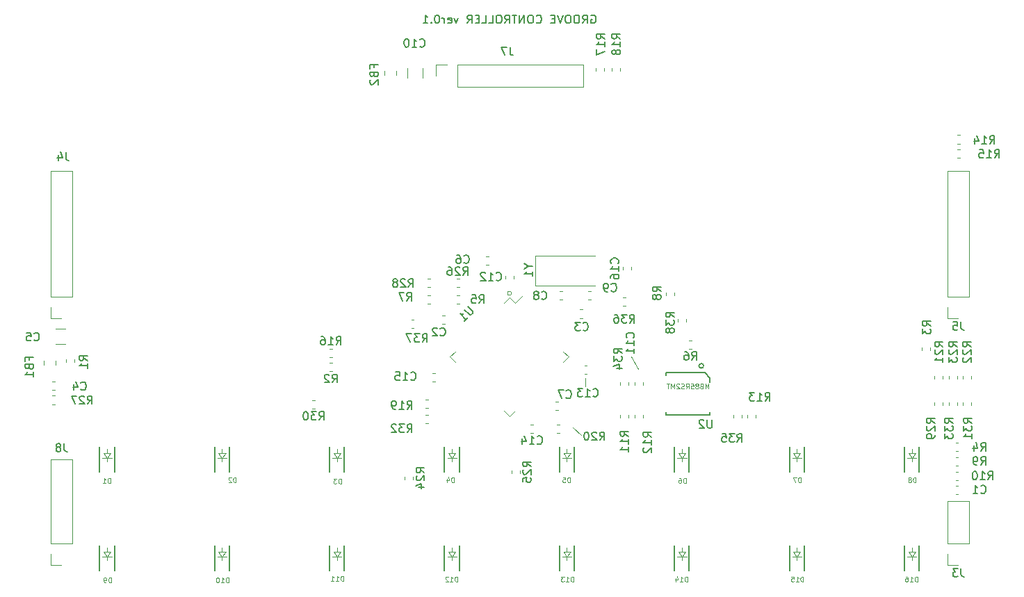
<source format=gbo>
G04 #@! TF.GenerationSoftware,KiCad,Pcbnew,(5.1.4)-1*
G04 #@! TF.CreationDate,2020-02-21T15:42:12+09:00*
G04 #@! TF.ProjectId,groove-pad-ctrl,67726f6f-7665-42d7-9061-642d6374726c,rev?*
G04 #@! TF.SameCoordinates,Original*
G04 #@! TF.FileFunction,Legend,Bot*
G04 #@! TF.FilePolarity,Positive*
%FSLAX46Y46*%
G04 Gerber Fmt 4.6, Leading zero omitted, Abs format (unit mm)*
G04 Created by KiCad (PCBNEW (5.1.4)-1) date 2020-02-21 15:42:12*
%MOMM*%
%LPD*%
G04 APERTURE LIST*
%ADD10C,0.120000*%
%ADD11C,0.150000*%
%ADD12C,0.100000*%
G04 APERTURE END LIST*
D10*
X114500000Y-85250000D02*
G75*
G03X114500000Y-85250000I-250000J0D01*
G01*
D11*
X124202380Y-51400000D02*
X124297619Y-51352380D01*
X124440476Y-51352380D01*
X124583333Y-51400000D01*
X124678571Y-51495238D01*
X124726190Y-51590476D01*
X124773809Y-51780952D01*
X124773809Y-51923809D01*
X124726190Y-52114285D01*
X124678571Y-52209523D01*
X124583333Y-52304761D01*
X124440476Y-52352380D01*
X124345238Y-52352380D01*
X124202380Y-52304761D01*
X124154761Y-52257142D01*
X124154761Y-51923809D01*
X124345238Y-51923809D01*
X123154761Y-52352380D02*
X123488095Y-51876190D01*
X123726190Y-52352380D02*
X123726190Y-51352380D01*
X123345238Y-51352380D01*
X123250000Y-51400000D01*
X123202380Y-51447619D01*
X123154761Y-51542857D01*
X123154761Y-51685714D01*
X123202380Y-51780952D01*
X123250000Y-51828571D01*
X123345238Y-51876190D01*
X123726190Y-51876190D01*
X122535714Y-51352380D02*
X122345238Y-51352380D01*
X122250000Y-51400000D01*
X122154761Y-51495238D01*
X122107142Y-51685714D01*
X122107142Y-52019047D01*
X122154761Y-52209523D01*
X122250000Y-52304761D01*
X122345238Y-52352380D01*
X122535714Y-52352380D01*
X122630952Y-52304761D01*
X122726190Y-52209523D01*
X122773809Y-52019047D01*
X122773809Y-51685714D01*
X122726190Y-51495238D01*
X122630952Y-51400000D01*
X122535714Y-51352380D01*
X121488095Y-51352380D02*
X121297619Y-51352380D01*
X121202380Y-51400000D01*
X121107142Y-51495238D01*
X121059523Y-51685714D01*
X121059523Y-52019047D01*
X121107142Y-52209523D01*
X121202380Y-52304761D01*
X121297619Y-52352380D01*
X121488095Y-52352380D01*
X121583333Y-52304761D01*
X121678571Y-52209523D01*
X121726190Y-52019047D01*
X121726190Y-51685714D01*
X121678571Y-51495238D01*
X121583333Y-51400000D01*
X121488095Y-51352380D01*
X120773809Y-51352380D02*
X120440476Y-52352380D01*
X120107142Y-51352380D01*
X119773809Y-51828571D02*
X119440476Y-51828571D01*
X119297619Y-52352380D02*
X119773809Y-52352380D01*
X119773809Y-51352380D01*
X119297619Y-51352380D01*
X117535714Y-52257142D02*
X117583333Y-52304761D01*
X117726190Y-52352380D01*
X117821428Y-52352380D01*
X117964285Y-52304761D01*
X118059523Y-52209523D01*
X118107142Y-52114285D01*
X118154761Y-51923809D01*
X118154761Y-51780952D01*
X118107142Y-51590476D01*
X118059523Y-51495238D01*
X117964285Y-51400000D01*
X117821428Y-51352380D01*
X117726190Y-51352380D01*
X117583333Y-51400000D01*
X117535714Y-51447619D01*
X116916666Y-51352380D02*
X116726190Y-51352380D01*
X116630952Y-51400000D01*
X116535714Y-51495238D01*
X116488095Y-51685714D01*
X116488095Y-52019047D01*
X116535714Y-52209523D01*
X116630952Y-52304761D01*
X116726190Y-52352380D01*
X116916666Y-52352380D01*
X117011904Y-52304761D01*
X117107142Y-52209523D01*
X117154761Y-52019047D01*
X117154761Y-51685714D01*
X117107142Y-51495238D01*
X117011904Y-51400000D01*
X116916666Y-51352380D01*
X116059523Y-52352380D02*
X116059523Y-51352380D01*
X115488095Y-52352380D01*
X115488095Y-51352380D01*
X115154761Y-51352380D02*
X114583333Y-51352380D01*
X114869047Y-52352380D02*
X114869047Y-51352380D01*
X113678571Y-52352380D02*
X114011904Y-51876190D01*
X114250000Y-52352380D02*
X114250000Y-51352380D01*
X113869047Y-51352380D01*
X113773809Y-51400000D01*
X113726190Y-51447619D01*
X113678571Y-51542857D01*
X113678571Y-51685714D01*
X113726190Y-51780952D01*
X113773809Y-51828571D01*
X113869047Y-51876190D01*
X114250000Y-51876190D01*
X113059523Y-51352380D02*
X112869047Y-51352380D01*
X112773809Y-51400000D01*
X112678571Y-51495238D01*
X112630952Y-51685714D01*
X112630952Y-52019047D01*
X112678571Y-52209523D01*
X112773809Y-52304761D01*
X112869047Y-52352380D01*
X113059523Y-52352380D01*
X113154761Y-52304761D01*
X113250000Y-52209523D01*
X113297619Y-52019047D01*
X113297619Y-51685714D01*
X113250000Y-51495238D01*
X113154761Y-51400000D01*
X113059523Y-51352380D01*
X111726190Y-52352380D02*
X112202380Y-52352380D01*
X112202380Y-51352380D01*
X110916666Y-52352380D02*
X111392857Y-52352380D01*
X111392857Y-51352380D01*
X110583333Y-51828571D02*
X110250000Y-51828571D01*
X110107142Y-52352380D02*
X110583333Y-52352380D01*
X110583333Y-51352380D01*
X110107142Y-51352380D01*
X109107142Y-52352380D02*
X109440476Y-51876190D01*
X109678571Y-52352380D02*
X109678571Y-51352380D01*
X109297619Y-51352380D01*
X109202380Y-51400000D01*
X109154761Y-51447619D01*
X109107142Y-51542857D01*
X109107142Y-51685714D01*
X109154761Y-51780952D01*
X109202380Y-51828571D01*
X109297619Y-51876190D01*
X109678571Y-51876190D01*
X108011904Y-51685714D02*
X107773809Y-52352380D01*
X107535714Y-51685714D01*
X106773809Y-52304761D02*
X106869047Y-52352380D01*
X107059523Y-52352380D01*
X107154761Y-52304761D01*
X107202380Y-52209523D01*
X107202380Y-51828571D01*
X107154761Y-51733333D01*
X107059523Y-51685714D01*
X106869047Y-51685714D01*
X106773809Y-51733333D01*
X106726190Y-51828571D01*
X106726190Y-51923809D01*
X107202380Y-52019047D01*
X106297619Y-52352380D02*
X106297619Y-51685714D01*
X106297619Y-51876190D02*
X106250000Y-51780952D01*
X106202380Y-51733333D01*
X106107142Y-51685714D01*
X106011904Y-51685714D01*
X105488095Y-51352380D02*
X105392857Y-51352380D01*
X105297619Y-51400000D01*
X105250000Y-51447619D01*
X105202380Y-51542857D01*
X105154761Y-51733333D01*
X105154761Y-51971428D01*
X105202380Y-52161904D01*
X105250000Y-52257142D01*
X105297619Y-52304761D01*
X105392857Y-52352380D01*
X105488095Y-52352380D01*
X105583333Y-52304761D01*
X105630952Y-52257142D01*
X105678571Y-52161904D01*
X105726190Y-51971428D01*
X105726190Y-51733333D01*
X105678571Y-51542857D01*
X105630952Y-51447619D01*
X105583333Y-51400000D01*
X105488095Y-51352380D01*
X104726190Y-52257142D02*
X104678571Y-52304761D01*
X104726190Y-52352380D01*
X104773809Y-52304761D01*
X104726190Y-52257142D01*
X104726190Y-52352380D01*
X103726190Y-52352380D02*
X104297619Y-52352380D01*
X104011904Y-52352380D02*
X104011904Y-51352380D01*
X104107142Y-51495238D01*
X104202380Y-51590476D01*
X104297619Y-51638095D01*
D10*
X123000000Y-102500000D02*
X122000000Y-101600000D01*
X123500000Y-96600000D02*
X123500000Y-95600000D01*
X129100000Y-93000000D02*
X129900000Y-94500000D01*
X129060000Y-82074721D02*
X129060000Y-82400279D01*
X128040000Y-82074721D02*
X128040000Y-82400279D01*
X105200279Y-96010000D02*
X104874721Y-96010000D01*
X105200279Y-94990000D02*
X104874721Y-94990000D01*
X116837221Y-101240000D02*
X117162779Y-101240000D01*
X116837221Y-102260000D02*
X117162779Y-102260000D01*
X123374721Y-94090000D02*
X123700279Y-94090000D01*
X123374721Y-95110000D02*
X123700279Y-95110000D01*
X113740000Y-83450279D02*
X113740000Y-83124721D01*
X114760000Y-83450279D02*
X114760000Y-83124721D01*
X134740000Y-88700279D02*
X134740000Y-88374721D01*
X135760000Y-88700279D02*
X135760000Y-88374721D01*
X168912779Y-108740000D02*
X168587221Y-108740000D01*
X168912779Y-109760000D02*
X168587221Y-109760000D01*
X106412779Y-89010000D02*
X106087221Y-89010000D01*
X106412779Y-87990000D02*
X106087221Y-87990000D01*
X123162779Y-87240000D02*
X122837221Y-87240000D01*
X123162779Y-88260000D02*
X122837221Y-88260000D01*
X58587221Y-97010000D02*
X58912779Y-97010000D01*
X58587221Y-95990000D02*
X58912779Y-95990000D01*
X58997936Y-91410000D02*
X60202064Y-91410000D01*
X58997936Y-89590000D02*
X60202064Y-89590000D01*
X111424721Y-80790000D02*
X111750279Y-80790000D01*
X111424721Y-81810000D02*
X111750279Y-81810000D01*
X119874721Y-99510000D02*
X120200279Y-99510000D01*
X119874721Y-98490000D02*
X120200279Y-98490000D01*
X120337221Y-84990000D02*
X120662779Y-84990000D01*
X120337221Y-86010000D02*
X120662779Y-86010000D01*
X124162779Y-86010000D02*
X123837221Y-86010000D01*
X124162779Y-84990000D02*
X123837221Y-84990000D01*
X103660000Y-57797936D02*
X103660000Y-59002064D01*
X101840000Y-57797936D02*
X101840000Y-59002064D01*
X129490000Y-96087221D02*
X129490000Y-96412779D01*
X130510000Y-96087221D02*
X130510000Y-96412779D01*
D11*
X66150000Y-107000000D02*
X66150000Y-104000000D01*
X64350000Y-107000000D02*
X64350000Y-104000000D01*
D12*
X64830000Y-104740000D02*
X65250000Y-105350000D01*
X65690000Y-104740000D02*
X64830000Y-104740000D01*
X65250000Y-105350000D02*
X65690000Y-104740000D01*
X65250000Y-105780000D02*
X65250000Y-105340000D01*
X65250000Y-104740000D02*
X65250000Y-104260000D01*
X65820000Y-105350000D02*
X64690000Y-105350000D01*
D11*
X80150000Y-107000000D02*
X80150000Y-104000000D01*
X78350000Y-107000000D02*
X78350000Y-104000000D01*
D12*
X78830000Y-104740000D02*
X79250000Y-105350000D01*
X79690000Y-104740000D02*
X78830000Y-104740000D01*
X79250000Y-105350000D02*
X79690000Y-104740000D01*
X79250000Y-105780000D02*
X79250000Y-105340000D01*
X79250000Y-104740000D02*
X79250000Y-104260000D01*
X79820000Y-105350000D02*
X78690000Y-105350000D01*
D11*
X94150000Y-107000000D02*
X94150000Y-104000000D01*
X92350000Y-107000000D02*
X92350000Y-104000000D01*
D12*
X92830000Y-104740000D02*
X93250000Y-105350000D01*
X93690000Y-104740000D02*
X92830000Y-104740000D01*
X93250000Y-105350000D02*
X93690000Y-104740000D01*
X93250000Y-105780000D02*
X93250000Y-105340000D01*
X93250000Y-104740000D02*
X93250000Y-104260000D01*
X93820000Y-105350000D02*
X92690000Y-105350000D01*
D11*
X108150000Y-107000000D02*
X108150000Y-104000000D01*
X106350000Y-107000000D02*
X106350000Y-104000000D01*
D12*
X106830000Y-104740000D02*
X107250000Y-105350000D01*
X107690000Y-104740000D02*
X106830000Y-104740000D01*
X107250000Y-105350000D02*
X107690000Y-104740000D01*
X107250000Y-105780000D02*
X107250000Y-105340000D01*
X107250000Y-104740000D02*
X107250000Y-104260000D01*
X107820000Y-105350000D02*
X106690000Y-105350000D01*
X121820000Y-105350000D02*
X120690000Y-105350000D01*
X121250000Y-104740000D02*
X121250000Y-104260000D01*
X121250000Y-105780000D02*
X121250000Y-105340000D01*
X121250000Y-105350000D02*
X121690000Y-104740000D01*
X121690000Y-104740000D02*
X120830000Y-104740000D01*
X120830000Y-104740000D02*
X121250000Y-105350000D01*
D11*
X120350000Y-107000000D02*
X120350000Y-104000000D01*
X122150000Y-107000000D02*
X122150000Y-104000000D01*
D12*
X135820000Y-105350000D02*
X134690000Y-105350000D01*
X135250000Y-104740000D02*
X135250000Y-104260000D01*
X135250000Y-105780000D02*
X135250000Y-105340000D01*
X135250000Y-105350000D02*
X135690000Y-104740000D01*
X135690000Y-104740000D02*
X134830000Y-104740000D01*
X134830000Y-104740000D02*
X135250000Y-105350000D01*
D11*
X134350000Y-107000000D02*
X134350000Y-104000000D01*
X136150000Y-107000000D02*
X136150000Y-104000000D01*
X150150000Y-107000000D02*
X150150000Y-104000000D01*
X148350000Y-107000000D02*
X148350000Y-104000000D01*
D12*
X148830000Y-104740000D02*
X149250000Y-105350000D01*
X149690000Y-104740000D02*
X148830000Y-104740000D01*
X149250000Y-105350000D02*
X149690000Y-104740000D01*
X149250000Y-105780000D02*
X149250000Y-105340000D01*
X149250000Y-104740000D02*
X149250000Y-104260000D01*
X149820000Y-105350000D02*
X148690000Y-105350000D01*
D11*
X164150000Y-107000000D02*
X164150000Y-104000000D01*
X162350000Y-107000000D02*
X162350000Y-104000000D01*
D12*
X162830000Y-104740000D02*
X163250000Y-105350000D01*
X163690000Y-104740000D02*
X162830000Y-104740000D01*
X163250000Y-105350000D02*
X163690000Y-104740000D01*
X163250000Y-105780000D02*
X163250000Y-105340000D01*
X163250000Y-104740000D02*
X163250000Y-104260000D01*
X163820000Y-105350000D02*
X162690000Y-105350000D01*
X65820000Y-117350000D02*
X64690000Y-117350000D01*
X65250000Y-116740000D02*
X65250000Y-116260000D01*
X65250000Y-117780000D02*
X65250000Y-117340000D01*
X65250000Y-117350000D02*
X65690000Y-116740000D01*
X65690000Y-116740000D02*
X64830000Y-116740000D01*
X64830000Y-116740000D02*
X65250000Y-117350000D01*
D11*
X64350000Y-119000000D02*
X64350000Y-116000000D01*
X66150000Y-119000000D02*
X66150000Y-116000000D01*
D12*
X79820000Y-117350000D02*
X78690000Y-117350000D01*
X79250000Y-116740000D02*
X79250000Y-116260000D01*
X79250000Y-117780000D02*
X79250000Y-117340000D01*
X79250000Y-117350000D02*
X79690000Y-116740000D01*
X79690000Y-116740000D02*
X78830000Y-116740000D01*
X78830000Y-116740000D02*
X79250000Y-117350000D01*
D11*
X78350000Y-119000000D02*
X78350000Y-116000000D01*
X80150000Y-119000000D02*
X80150000Y-116000000D01*
X94150000Y-119000000D02*
X94150000Y-116000000D01*
X92350000Y-119000000D02*
X92350000Y-116000000D01*
D12*
X92830000Y-116740000D02*
X93250000Y-117350000D01*
X93690000Y-116740000D02*
X92830000Y-116740000D01*
X93250000Y-117350000D02*
X93690000Y-116740000D01*
X93250000Y-117780000D02*
X93250000Y-117340000D01*
X93250000Y-116740000D02*
X93250000Y-116260000D01*
X93820000Y-117350000D02*
X92690000Y-117350000D01*
X107820000Y-117350000D02*
X106690000Y-117350000D01*
X107250000Y-116740000D02*
X107250000Y-116260000D01*
X107250000Y-117780000D02*
X107250000Y-117340000D01*
X107250000Y-117350000D02*
X107690000Y-116740000D01*
X107690000Y-116740000D02*
X106830000Y-116740000D01*
X106830000Y-116740000D02*
X107250000Y-117350000D01*
D11*
X106350000Y-119000000D02*
X106350000Y-116000000D01*
X108150000Y-119000000D02*
X108150000Y-116000000D01*
D12*
X121820000Y-117350000D02*
X120690000Y-117350000D01*
X121250000Y-116740000D02*
X121250000Y-116260000D01*
X121250000Y-117780000D02*
X121250000Y-117340000D01*
X121250000Y-117350000D02*
X121690000Y-116740000D01*
X121690000Y-116740000D02*
X120830000Y-116740000D01*
X120830000Y-116740000D02*
X121250000Y-117350000D01*
D11*
X120350000Y-119000000D02*
X120350000Y-116000000D01*
X122150000Y-119000000D02*
X122150000Y-116000000D01*
D12*
X135820000Y-117350000D02*
X134690000Y-117350000D01*
X135250000Y-116740000D02*
X135250000Y-116260000D01*
X135250000Y-117780000D02*
X135250000Y-117340000D01*
X135250000Y-117350000D02*
X135690000Y-116740000D01*
X135690000Y-116740000D02*
X134830000Y-116740000D01*
X134830000Y-116740000D02*
X135250000Y-117350000D01*
D11*
X134350000Y-119000000D02*
X134350000Y-116000000D01*
X136150000Y-119000000D02*
X136150000Y-116000000D01*
D12*
X149820000Y-117350000D02*
X148690000Y-117350000D01*
X149250000Y-116740000D02*
X149250000Y-116260000D01*
X149250000Y-117780000D02*
X149250000Y-117340000D01*
X149250000Y-117350000D02*
X149690000Y-116740000D01*
X149690000Y-116740000D02*
X148830000Y-116740000D01*
X148830000Y-116740000D02*
X149250000Y-117350000D01*
D11*
X148350000Y-119000000D02*
X148350000Y-116000000D01*
X150150000Y-119000000D02*
X150150000Y-116000000D01*
X164150000Y-119000000D02*
X164150000Y-116000000D01*
X162350000Y-119000000D02*
X162350000Y-116000000D01*
D12*
X162830000Y-116740000D02*
X163250000Y-117350000D01*
X163690000Y-116740000D02*
X162830000Y-116740000D01*
X163250000Y-117350000D02*
X163690000Y-116740000D01*
X163250000Y-117780000D02*
X163250000Y-117340000D01*
X163250000Y-116740000D02*
X163250000Y-116260000D01*
X163820000Y-117350000D02*
X162690000Y-117350000D01*
D10*
X58960000Y-93946078D02*
X58960000Y-93428922D01*
X57540000Y-93946078D02*
X57540000Y-93428922D01*
X100460000Y-58178922D02*
X100460000Y-58696078D01*
X99040000Y-58178922D02*
X99040000Y-58696078D01*
X167580000Y-110590000D02*
X170240000Y-110590000D01*
X167580000Y-115730000D02*
X167580000Y-110590000D01*
X170240000Y-115730000D02*
X170240000Y-110590000D01*
X167580000Y-115730000D02*
X170240000Y-115730000D01*
X167580000Y-117000000D02*
X167580000Y-118330000D01*
X167580000Y-118330000D02*
X168910000Y-118330000D01*
X58360000Y-70380000D02*
X61020000Y-70380000D01*
X58360000Y-85680000D02*
X58360000Y-70380000D01*
X61020000Y-85680000D02*
X61020000Y-70380000D01*
X58360000Y-85680000D02*
X61020000Y-85680000D01*
X58360000Y-86950000D02*
X58360000Y-88280000D01*
X58360000Y-88280000D02*
X59690000Y-88280000D01*
X167580000Y-88280000D02*
X168910000Y-88280000D01*
X167580000Y-86950000D02*
X167580000Y-88280000D01*
X167580000Y-85680000D02*
X170240000Y-85680000D01*
X170240000Y-85680000D02*
X170240000Y-70380000D01*
X167580000Y-85680000D02*
X167580000Y-70380000D01*
X167580000Y-70380000D02*
X170240000Y-70380000D01*
X123200000Y-57420000D02*
X123200000Y-60080000D01*
X107900000Y-57420000D02*
X123200000Y-57420000D01*
X107900000Y-60080000D02*
X123200000Y-60080000D01*
X107900000Y-57420000D02*
X107900000Y-60080000D01*
X106630000Y-57420000D02*
X105300000Y-57420000D01*
X105300000Y-57420000D02*
X105300000Y-58750000D01*
X58360000Y-105510000D02*
X61020000Y-105510000D01*
X58360000Y-115730000D02*
X58360000Y-105510000D01*
X61020000Y-115730000D02*
X61020000Y-105510000D01*
X58360000Y-115730000D02*
X61020000Y-115730000D01*
X58360000Y-117000000D02*
X58360000Y-118330000D01*
X58360000Y-118330000D02*
X59690000Y-118330000D01*
X60240000Y-93625279D02*
X60240000Y-93299721D01*
X61260000Y-93625279D02*
X61260000Y-93299721D01*
X92337221Y-93740000D02*
X92662779Y-93740000D01*
X92337221Y-94760000D02*
X92662779Y-94760000D01*
X164490000Y-92162779D02*
X164490000Y-91837221D01*
X165510000Y-92162779D02*
X165510000Y-91837221D01*
X168587221Y-104510000D02*
X168912779Y-104510000D01*
X168587221Y-103490000D02*
X168912779Y-103490000D01*
X107874721Y-85490000D02*
X108200279Y-85490000D01*
X107874721Y-86510000D02*
X108200279Y-86510000D01*
X136124721Y-92010000D02*
X136450279Y-92010000D01*
X136124721Y-90990000D02*
X136450279Y-90990000D01*
X104299721Y-85490000D02*
X104625279Y-85490000D01*
X104299721Y-86510000D02*
X104625279Y-86510000D01*
X133290000Y-85475279D02*
X133290000Y-85149721D01*
X134310000Y-85475279D02*
X134310000Y-85149721D01*
X168587221Y-106260000D02*
X168912779Y-106260000D01*
X168587221Y-105240000D02*
X168912779Y-105240000D01*
X168912779Y-108010000D02*
X168587221Y-108010000D01*
X168912779Y-106990000D02*
X168587221Y-106990000D01*
X127740000Y-100087221D02*
X127740000Y-100412779D01*
X128760000Y-100087221D02*
X128760000Y-100412779D01*
X129490000Y-100087221D02*
X129490000Y-100412779D01*
X130510000Y-100087221D02*
X130510000Y-100412779D01*
X144260000Y-100087221D02*
X144260000Y-100412779D01*
X143240000Y-100087221D02*
X143240000Y-100412779D01*
X169125279Y-65990000D02*
X168799721Y-65990000D01*
X169125279Y-67010000D02*
X168799721Y-67010000D01*
X169125279Y-67740000D02*
X168799721Y-67740000D01*
X169125279Y-68760000D02*
X168799721Y-68760000D01*
X92662779Y-91990000D02*
X92337221Y-91990000D01*
X92662779Y-93010000D02*
X92337221Y-93010000D01*
X125760000Y-58162779D02*
X125760000Y-57837221D01*
X124740000Y-58162779D02*
X124740000Y-57837221D01*
X127760000Y-58162779D02*
X127760000Y-57837221D01*
X126740000Y-58162779D02*
X126740000Y-57837221D01*
X104375279Y-99260000D02*
X104049721Y-99260000D01*
X104375279Y-98240000D02*
X104049721Y-98240000D01*
X120375279Y-101240000D02*
X120049721Y-101240000D01*
X120375279Y-102260000D02*
X120049721Y-102260000D01*
X165990000Y-95662779D02*
X165990000Y-95337221D01*
X167010000Y-95662779D02*
X167010000Y-95337221D01*
X170510000Y-95662779D02*
X170510000Y-95337221D01*
X169490000Y-95662779D02*
X169490000Y-95337221D01*
X167740000Y-95662779D02*
X167740000Y-95337221D01*
X168760000Y-95662779D02*
X168760000Y-95337221D01*
X101490000Y-107912779D02*
X101490000Y-107587221D01*
X102510000Y-107912779D02*
X102510000Y-107587221D01*
X115510000Y-107162779D02*
X115510000Y-106837221D01*
X114490000Y-107162779D02*
X114490000Y-106837221D01*
X107837221Y-83490000D02*
X108162779Y-83490000D01*
X107837221Y-84510000D02*
X108162779Y-84510000D01*
X58587221Y-98760000D02*
X58912779Y-98760000D01*
X58587221Y-97740000D02*
X58912779Y-97740000D01*
X104299721Y-83490000D02*
X104625279Y-83490000D01*
X104299721Y-84510000D02*
X104625279Y-84510000D01*
X167010000Y-98587221D02*
X167010000Y-98912779D01*
X165990000Y-98587221D02*
X165990000Y-98912779D01*
X90249721Y-98290000D02*
X90575279Y-98290000D01*
X90249721Y-99310000D02*
X90575279Y-99310000D01*
X169490000Y-98587221D02*
X169490000Y-98912779D01*
X170510000Y-98587221D02*
X170510000Y-98912779D01*
X104362779Y-100090000D02*
X104037221Y-100090000D01*
X104362779Y-101110000D02*
X104037221Y-101110000D01*
X168760000Y-98587221D02*
X168760000Y-98912779D01*
X167740000Y-98587221D02*
X167740000Y-98912779D01*
X127740000Y-96412779D02*
X127740000Y-96087221D01*
X128760000Y-96412779D02*
X128760000Y-96087221D01*
X141490000Y-100087221D02*
X141490000Y-100412779D01*
X142510000Y-100087221D02*
X142510000Y-100412779D01*
X128087221Y-86760000D02*
X128412779Y-86760000D01*
X128087221Y-85740000D02*
X128412779Y-85740000D01*
X102625279Y-88490000D02*
X102299721Y-88490000D01*
X102625279Y-89510000D02*
X102299721Y-89510000D01*
X114921751Y-99554880D02*
X114250000Y-100226631D01*
X114250000Y-100226631D02*
X113578249Y-99554880D01*
X120804880Y-93671751D02*
X121476631Y-93000000D01*
X121476631Y-93000000D02*
X120804880Y-92328249D01*
X107695120Y-92328249D02*
X107023369Y-93000000D01*
X107023369Y-93000000D02*
X107695120Y-93671751D01*
X113578249Y-86445120D02*
X114250000Y-85773369D01*
X114250000Y-85773369D02*
X114921751Y-86445120D01*
X114921751Y-86445120D02*
X115869275Y-85497597D01*
D11*
X138075000Y-94925000D02*
X138650000Y-95550000D01*
X138650000Y-95550000D02*
X138650000Y-96050000D01*
X133950000Y-94925000D02*
X133350000Y-94925000D01*
X133350000Y-94925000D02*
X133350000Y-95275000D01*
X133925000Y-100075000D02*
X133350000Y-100075000D01*
X133350000Y-100075000D02*
X133350000Y-99725000D01*
X138075000Y-100075000D02*
X138650000Y-100075000D01*
X138650000Y-100075000D02*
X138650000Y-99750000D01*
X137882843Y-94100000D02*
G75*
G03X137882843Y-94100000I-282843J0D01*
G01*
X138075000Y-94925000D02*
X133925000Y-94925000D01*
X138075000Y-100075000D02*
X133925000Y-100075000D01*
D10*
X124700000Y-84300000D02*
X117375000Y-84300000D01*
X117375000Y-84300000D02*
X117375000Y-80700000D01*
X117375000Y-80700000D02*
X124700000Y-80700000D01*
D11*
X127477142Y-81594642D02*
X127524761Y-81547023D01*
X127572380Y-81404166D01*
X127572380Y-81308928D01*
X127524761Y-81166071D01*
X127429523Y-81070833D01*
X127334285Y-81023214D01*
X127143809Y-80975595D01*
X127000952Y-80975595D01*
X126810476Y-81023214D01*
X126715238Y-81070833D01*
X126620000Y-81166071D01*
X126572380Y-81308928D01*
X126572380Y-81404166D01*
X126620000Y-81547023D01*
X126667619Y-81594642D01*
X127572380Y-82547023D02*
X127572380Y-81975595D01*
X127572380Y-82261309D02*
X126572380Y-82261309D01*
X126715238Y-82166071D01*
X126810476Y-82070833D01*
X126858095Y-81975595D01*
X126572380Y-83404166D02*
X126572380Y-83213690D01*
X126620000Y-83118452D01*
X126667619Y-83070833D01*
X126810476Y-82975595D01*
X127000952Y-82927976D01*
X127381904Y-82927976D01*
X127477142Y-82975595D01*
X127524761Y-83023214D01*
X127572380Y-83118452D01*
X127572380Y-83308928D01*
X127524761Y-83404166D01*
X127477142Y-83451785D01*
X127381904Y-83499404D01*
X127143809Y-83499404D01*
X127048571Y-83451785D01*
X127000952Y-83404166D01*
X126953333Y-83308928D01*
X126953333Y-83118452D01*
X127000952Y-83023214D01*
X127048571Y-82975595D01*
X127143809Y-82927976D01*
X102242857Y-95757142D02*
X102290476Y-95804761D01*
X102433333Y-95852380D01*
X102528571Y-95852380D01*
X102671428Y-95804761D01*
X102766666Y-95709523D01*
X102814285Y-95614285D01*
X102861904Y-95423809D01*
X102861904Y-95280952D01*
X102814285Y-95090476D01*
X102766666Y-94995238D01*
X102671428Y-94900000D01*
X102528571Y-94852380D01*
X102433333Y-94852380D01*
X102290476Y-94900000D01*
X102242857Y-94947619D01*
X101290476Y-95852380D02*
X101861904Y-95852380D01*
X101576190Y-95852380D02*
X101576190Y-94852380D01*
X101671428Y-94995238D01*
X101766666Y-95090476D01*
X101861904Y-95138095D01*
X100385714Y-94852380D02*
X100861904Y-94852380D01*
X100909523Y-95328571D01*
X100861904Y-95280952D01*
X100766666Y-95233333D01*
X100528571Y-95233333D01*
X100433333Y-95280952D01*
X100385714Y-95328571D01*
X100338095Y-95423809D01*
X100338095Y-95661904D01*
X100385714Y-95757142D01*
X100433333Y-95804761D01*
X100528571Y-95852380D01*
X100766666Y-95852380D01*
X100861904Y-95804761D01*
X100909523Y-95757142D01*
X117642857Y-103537142D02*
X117690476Y-103584761D01*
X117833333Y-103632380D01*
X117928571Y-103632380D01*
X118071428Y-103584761D01*
X118166666Y-103489523D01*
X118214285Y-103394285D01*
X118261904Y-103203809D01*
X118261904Y-103060952D01*
X118214285Y-102870476D01*
X118166666Y-102775238D01*
X118071428Y-102680000D01*
X117928571Y-102632380D01*
X117833333Y-102632380D01*
X117690476Y-102680000D01*
X117642857Y-102727619D01*
X116690476Y-103632380D02*
X117261904Y-103632380D01*
X116976190Y-103632380D02*
X116976190Y-102632380D01*
X117071428Y-102775238D01*
X117166666Y-102870476D01*
X117261904Y-102918095D01*
X115833333Y-102965714D02*
X115833333Y-103632380D01*
X116071428Y-102584761D02*
X116309523Y-103299047D01*
X115690476Y-103299047D01*
X124442857Y-97757142D02*
X124490476Y-97804761D01*
X124633333Y-97852380D01*
X124728571Y-97852380D01*
X124871428Y-97804761D01*
X124966666Y-97709523D01*
X125014285Y-97614285D01*
X125061904Y-97423809D01*
X125061904Y-97280952D01*
X125014285Y-97090476D01*
X124966666Y-96995238D01*
X124871428Y-96900000D01*
X124728571Y-96852380D01*
X124633333Y-96852380D01*
X124490476Y-96900000D01*
X124442857Y-96947619D01*
X123490476Y-97852380D02*
X124061904Y-97852380D01*
X123776190Y-97852380D02*
X123776190Y-96852380D01*
X123871428Y-96995238D01*
X123966666Y-97090476D01*
X124061904Y-97138095D01*
X123157142Y-96852380D02*
X122538095Y-96852380D01*
X122871428Y-97233333D01*
X122728571Y-97233333D01*
X122633333Y-97280952D01*
X122585714Y-97328571D01*
X122538095Y-97423809D01*
X122538095Y-97661904D01*
X122585714Y-97757142D01*
X122633333Y-97804761D01*
X122728571Y-97852380D01*
X123014285Y-97852380D01*
X123109523Y-97804761D01*
X123157142Y-97757142D01*
X112642857Y-83607142D02*
X112690476Y-83654761D01*
X112833333Y-83702380D01*
X112928571Y-83702380D01*
X113071428Y-83654761D01*
X113166666Y-83559523D01*
X113214285Y-83464285D01*
X113261904Y-83273809D01*
X113261904Y-83130952D01*
X113214285Y-82940476D01*
X113166666Y-82845238D01*
X113071428Y-82750000D01*
X112928571Y-82702380D01*
X112833333Y-82702380D01*
X112690476Y-82750000D01*
X112642857Y-82797619D01*
X111690476Y-83702380D02*
X112261904Y-83702380D01*
X111976190Y-83702380D02*
X111976190Y-82702380D01*
X112071428Y-82845238D01*
X112166666Y-82940476D01*
X112261904Y-82988095D01*
X111309523Y-82797619D02*
X111261904Y-82750000D01*
X111166666Y-82702380D01*
X110928571Y-82702380D01*
X110833333Y-82750000D01*
X110785714Y-82797619D01*
X110738095Y-82892857D01*
X110738095Y-82988095D01*
X110785714Y-83130952D01*
X111357142Y-83702380D01*
X110738095Y-83702380D01*
X134302380Y-88157142D02*
X133826190Y-87823809D01*
X134302380Y-87585714D02*
X133302380Y-87585714D01*
X133302380Y-87966666D01*
X133350000Y-88061904D01*
X133397619Y-88109523D01*
X133492857Y-88157142D01*
X133635714Y-88157142D01*
X133730952Y-88109523D01*
X133778571Y-88061904D01*
X133826190Y-87966666D01*
X133826190Y-87585714D01*
X133302380Y-88490476D02*
X133302380Y-89109523D01*
X133683333Y-88776190D01*
X133683333Y-88919047D01*
X133730952Y-89014285D01*
X133778571Y-89061904D01*
X133873809Y-89109523D01*
X134111904Y-89109523D01*
X134207142Y-89061904D01*
X134254761Y-89014285D01*
X134302380Y-88919047D01*
X134302380Y-88633333D01*
X134254761Y-88538095D01*
X134207142Y-88490476D01*
X133730952Y-89680952D02*
X133683333Y-89585714D01*
X133635714Y-89538095D01*
X133540476Y-89490476D01*
X133492857Y-89490476D01*
X133397619Y-89538095D01*
X133350000Y-89585714D01*
X133302380Y-89680952D01*
X133302380Y-89871428D01*
X133350000Y-89966666D01*
X133397619Y-90014285D01*
X133492857Y-90061904D01*
X133540476Y-90061904D01*
X133635714Y-90014285D01*
X133683333Y-89966666D01*
X133730952Y-89871428D01*
X133730952Y-89680952D01*
X133778571Y-89585714D01*
X133826190Y-89538095D01*
X133921428Y-89490476D01*
X134111904Y-89490476D01*
X134207142Y-89538095D01*
X134254761Y-89585714D01*
X134302380Y-89680952D01*
X134302380Y-89871428D01*
X134254761Y-89966666D01*
X134207142Y-90014285D01*
X134111904Y-90061904D01*
X133921428Y-90061904D01*
X133826190Y-90014285D01*
X133778571Y-89966666D01*
X133730952Y-89871428D01*
X171666666Y-109557142D02*
X171714285Y-109604761D01*
X171857142Y-109652380D01*
X171952380Y-109652380D01*
X172095238Y-109604761D01*
X172190476Y-109509523D01*
X172238095Y-109414285D01*
X172285714Y-109223809D01*
X172285714Y-109080952D01*
X172238095Y-108890476D01*
X172190476Y-108795238D01*
X172095238Y-108700000D01*
X171952380Y-108652380D01*
X171857142Y-108652380D01*
X171714285Y-108700000D01*
X171666666Y-108747619D01*
X170714285Y-109652380D02*
X171285714Y-109652380D01*
X171000000Y-109652380D02*
X171000000Y-108652380D01*
X171095238Y-108795238D01*
X171190476Y-108890476D01*
X171285714Y-108938095D01*
X105816666Y-90357142D02*
X105864285Y-90404761D01*
X106007142Y-90452380D01*
X106102380Y-90452380D01*
X106245238Y-90404761D01*
X106340476Y-90309523D01*
X106388095Y-90214285D01*
X106435714Y-90023809D01*
X106435714Y-89880952D01*
X106388095Y-89690476D01*
X106340476Y-89595238D01*
X106245238Y-89500000D01*
X106102380Y-89452380D01*
X106007142Y-89452380D01*
X105864285Y-89500000D01*
X105816666Y-89547619D01*
X105435714Y-89547619D02*
X105388095Y-89500000D01*
X105292857Y-89452380D01*
X105054761Y-89452380D01*
X104959523Y-89500000D01*
X104911904Y-89547619D01*
X104864285Y-89642857D01*
X104864285Y-89738095D01*
X104911904Y-89880952D01*
X105483333Y-90452380D01*
X104864285Y-90452380D01*
X123216666Y-89707142D02*
X123264285Y-89754761D01*
X123407142Y-89802380D01*
X123502380Y-89802380D01*
X123645238Y-89754761D01*
X123740476Y-89659523D01*
X123788095Y-89564285D01*
X123835714Y-89373809D01*
X123835714Y-89230952D01*
X123788095Y-89040476D01*
X123740476Y-88945238D01*
X123645238Y-88850000D01*
X123502380Y-88802380D01*
X123407142Y-88802380D01*
X123264285Y-88850000D01*
X123216666Y-88897619D01*
X122883333Y-88802380D02*
X122264285Y-88802380D01*
X122597619Y-89183333D01*
X122454761Y-89183333D01*
X122359523Y-89230952D01*
X122311904Y-89278571D01*
X122264285Y-89373809D01*
X122264285Y-89611904D01*
X122311904Y-89707142D01*
X122359523Y-89754761D01*
X122454761Y-89802380D01*
X122740476Y-89802380D01*
X122835714Y-89754761D01*
X122883333Y-89707142D01*
X62066666Y-96957142D02*
X62114285Y-97004761D01*
X62257142Y-97052380D01*
X62352380Y-97052380D01*
X62495238Y-97004761D01*
X62590476Y-96909523D01*
X62638095Y-96814285D01*
X62685714Y-96623809D01*
X62685714Y-96480952D01*
X62638095Y-96290476D01*
X62590476Y-96195238D01*
X62495238Y-96100000D01*
X62352380Y-96052380D01*
X62257142Y-96052380D01*
X62114285Y-96100000D01*
X62066666Y-96147619D01*
X61209523Y-96385714D02*
X61209523Y-97052380D01*
X61447619Y-96004761D02*
X61685714Y-96719047D01*
X61066666Y-96719047D01*
X56366666Y-90957142D02*
X56414285Y-91004761D01*
X56557142Y-91052380D01*
X56652380Y-91052380D01*
X56795238Y-91004761D01*
X56890476Y-90909523D01*
X56938095Y-90814285D01*
X56985714Y-90623809D01*
X56985714Y-90480952D01*
X56938095Y-90290476D01*
X56890476Y-90195238D01*
X56795238Y-90100000D01*
X56652380Y-90052380D01*
X56557142Y-90052380D01*
X56414285Y-90100000D01*
X56366666Y-90147619D01*
X55461904Y-90052380D02*
X55938095Y-90052380D01*
X55985714Y-90528571D01*
X55938095Y-90480952D01*
X55842857Y-90433333D01*
X55604761Y-90433333D01*
X55509523Y-90480952D01*
X55461904Y-90528571D01*
X55414285Y-90623809D01*
X55414285Y-90861904D01*
X55461904Y-90957142D01*
X55509523Y-91004761D01*
X55604761Y-91052380D01*
X55842857Y-91052380D01*
X55938095Y-91004761D01*
X55985714Y-90957142D01*
X108716666Y-81507142D02*
X108764285Y-81554761D01*
X108907142Y-81602380D01*
X109002380Y-81602380D01*
X109145238Y-81554761D01*
X109240476Y-81459523D01*
X109288095Y-81364285D01*
X109335714Y-81173809D01*
X109335714Y-81030952D01*
X109288095Y-80840476D01*
X109240476Y-80745238D01*
X109145238Y-80650000D01*
X109002380Y-80602380D01*
X108907142Y-80602380D01*
X108764285Y-80650000D01*
X108716666Y-80697619D01*
X107859523Y-80602380D02*
X108050000Y-80602380D01*
X108145238Y-80650000D01*
X108192857Y-80697619D01*
X108288095Y-80840476D01*
X108335714Y-81030952D01*
X108335714Y-81411904D01*
X108288095Y-81507142D01*
X108240476Y-81554761D01*
X108145238Y-81602380D01*
X107954761Y-81602380D01*
X107859523Y-81554761D01*
X107811904Y-81507142D01*
X107764285Y-81411904D01*
X107764285Y-81173809D01*
X107811904Y-81078571D01*
X107859523Y-81030952D01*
X107954761Y-80983333D01*
X108145238Y-80983333D01*
X108240476Y-81030952D01*
X108288095Y-81078571D01*
X108335714Y-81173809D01*
X121166666Y-97957142D02*
X121214285Y-98004761D01*
X121357142Y-98052380D01*
X121452380Y-98052380D01*
X121595238Y-98004761D01*
X121690476Y-97909523D01*
X121738095Y-97814285D01*
X121785714Y-97623809D01*
X121785714Y-97480952D01*
X121738095Y-97290476D01*
X121690476Y-97195238D01*
X121595238Y-97100000D01*
X121452380Y-97052380D01*
X121357142Y-97052380D01*
X121214285Y-97100000D01*
X121166666Y-97147619D01*
X120833333Y-97052380D02*
X120166666Y-97052380D01*
X120595238Y-98052380D01*
X118166666Y-85907142D02*
X118214285Y-85954761D01*
X118357142Y-86002380D01*
X118452380Y-86002380D01*
X118595238Y-85954761D01*
X118690476Y-85859523D01*
X118738095Y-85764285D01*
X118785714Y-85573809D01*
X118785714Y-85430952D01*
X118738095Y-85240476D01*
X118690476Y-85145238D01*
X118595238Y-85050000D01*
X118452380Y-85002380D01*
X118357142Y-85002380D01*
X118214285Y-85050000D01*
X118166666Y-85097619D01*
X117595238Y-85430952D02*
X117690476Y-85383333D01*
X117738095Y-85335714D01*
X117785714Y-85240476D01*
X117785714Y-85192857D01*
X117738095Y-85097619D01*
X117690476Y-85050000D01*
X117595238Y-85002380D01*
X117404761Y-85002380D01*
X117309523Y-85050000D01*
X117261904Y-85097619D01*
X117214285Y-85192857D01*
X117214285Y-85240476D01*
X117261904Y-85335714D01*
X117309523Y-85383333D01*
X117404761Y-85430952D01*
X117595238Y-85430952D01*
X117690476Y-85478571D01*
X117738095Y-85526190D01*
X117785714Y-85621428D01*
X117785714Y-85811904D01*
X117738095Y-85907142D01*
X117690476Y-85954761D01*
X117595238Y-86002380D01*
X117404761Y-86002380D01*
X117309523Y-85954761D01*
X117261904Y-85907142D01*
X117214285Y-85811904D01*
X117214285Y-85621428D01*
X117261904Y-85526190D01*
X117309523Y-85478571D01*
X117404761Y-85430952D01*
X126666666Y-84957142D02*
X126714285Y-85004761D01*
X126857142Y-85052380D01*
X126952380Y-85052380D01*
X127095238Y-85004761D01*
X127190476Y-84909523D01*
X127238095Y-84814285D01*
X127285714Y-84623809D01*
X127285714Y-84480952D01*
X127238095Y-84290476D01*
X127190476Y-84195238D01*
X127095238Y-84100000D01*
X126952380Y-84052380D01*
X126857142Y-84052380D01*
X126714285Y-84100000D01*
X126666666Y-84147619D01*
X126190476Y-85052380D02*
X126000000Y-85052380D01*
X125904761Y-85004761D01*
X125857142Y-84957142D01*
X125761904Y-84814285D01*
X125714285Y-84623809D01*
X125714285Y-84242857D01*
X125761904Y-84147619D01*
X125809523Y-84100000D01*
X125904761Y-84052380D01*
X126095238Y-84052380D01*
X126190476Y-84100000D01*
X126238095Y-84147619D01*
X126285714Y-84242857D01*
X126285714Y-84480952D01*
X126238095Y-84576190D01*
X126190476Y-84623809D01*
X126095238Y-84671428D01*
X125904761Y-84671428D01*
X125809523Y-84623809D01*
X125761904Y-84576190D01*
X125714285Y-84480952D01*
X103342857Y-55157142D02*
X103390476Y-55204761D01*
X103533333Y-55252380D01*
X103628571Y-55252380D01*
X103771428Y-55204761D01*
X103866666Y-55109523D01*
X103914285Y-55014285D01*
X103961904Y-54823809D01*
X103961904Y-54680952D01*
X103914285Y-54490476D01*
X103866666Y-54395238D01*
X103771428Y-54300000D01*
X103628571Y-54252380D01*
X103533333Y-54252380D01*
X103390476Y-54300000D01*
X103342857Y-54347619D01*
X102390476Y-55252380D02*
X102961904Y-55252380D01*
X102676190Y-55252380D02*
X102676190Y-54252380D01*
X102771428Y-54395238D01*
X102866666Y-54490476D01*
X102961904Y-54538095D01*
X101771428Y-54252380D02*
X101676190Y-54252380D01*
X101580952Y-54300000D01*
X101533333Y-54347619D01*
X101485714Y-54442857D01*
X101438095Y-54633333D01*
X101438095Y-54871428D01*
X101485714Y-55061904D01*
X101533333Y-55157142D01*
X101580952Y-55204761D01*
X101676190Y-55252380D01*
X101771428Y-55252380D01*
X101866666Y-55204761D01*
X101914285Y-55157142D01*
X101961904Y-55061904D01*
X102009523Y-54871428D01*
X102009523Y-54633333D01*
X101961904Y-54442857D01*
X101914285Y-54347619D01*
X101866666Y-54300000D01*
X101771428Y-54252380D01*
X129357142Y-90657142D02*
X129404761Y-90609523D01*
X129452380Y-90466666D01*
X129452380Y-90371428D01*
X129404761Y-90228571D01*
X129309523Y-90133333D01*
X129214285Y-90085714D01*
X129023809Y-90038095D01*
X128880952Y-90038095D01*
X128690476Y-90085714D01*
X128595238Y-90133333D01*
X128500000Y-90228571D01*
X128452380Y-90371428D01*
X128452380Y-90466666D01*
X128500000Y-90609523D01*
X128547619Y-90657142D01*
X129452380Y-91609523D02*
X129452380Y-91038095D01*
X129452380Y-91323809D02*
X128452380Y-91323809D01*
X128595238Y-91228571D01*
X128690476Y-91133333D01*
X128738095Y-91038095D01*
X129452380Y-92561904D02*
X129452380Y-91990476D01*
X129452380Y-92276190D02*
X128452380Y-92276190D01*
X128595238Y-92180952D01*
X128690476Y-92085714D01*
X128738095Y-91990476D01*
D12*
X65642857Y-108371428D02*
X65642857Y-107771428D01*
X65500000Y-107771428D01*
X65414285Y-107800000D01*
X65357142Y-107857142D01*
X65328571Y-107914285D01*
X65300000Y-108028571D01*
X65300000Y-108114285D01*
X65328571Y-108228571D01*
X65357142Y-108285714D01*
X65414285Y-108342857D01*
X65500000Y-108371428D01*
X65642857Y-108371428D01*
X64728571Y-108371428D02*
X65071428Y-108371428D01*
X64900000Y-108371428D02*
X64900000Y-107771428D01*
X64957142Y-107857142D01*
X65014285Y-107914285D01*
X65071428Y-107942857D01*
X80942857Y-108271428D02*
X80942857Y-107671428D01*
X80800000Y-107671428D01*
X80714285Y-107700000D01*
X80657142Y-107757142D01*
X80628571Y-107814285D01*
X80600000Y-107928571D01*
X80600000Y-108014285D01*
X80628571Y-108128571D01*
X80657142Y-108185714D01*
X80714285Y-108242857D01*
X80800000Y-108271428D01*
X80942857Y-108271428D01*
X80371428Y-107728571D02*
X80342857Y-107700000D01*
X80285714Y-107671428D01*
X80142857Y-107671428D01*
X80085714Y-107700000D01*
X80057142Y-107728571D01*
X80028571Y-107785714D01*
X80028571Y-107842857D01*
X80057142Y-107928571D01*
X80400000Y-108271428D01*
X80028571Y-108271428D01*
X93742857Y-108421428D02*
X93742857Y-107821428D01*
X93600000Y-107821428D01*
X93514285Y-107850000D01*
X93457142Y-107907142D01*
X93428571Y-107964285D01*
X93400000Y-108078571D01*
X93400000Y-108164285D01*
X93428571Y-108278571D01*
X93457142Y-108335714D01*
X93514285Y-108392857D01*
X93600000Y-108421428D01*
X93742857Y-108421428D01*
X93200000Y-107821428D02*
X92828571Y-107821428D01*
X93028571Y-108050000D01*
X92942857Y-108050000D01*
X92885714Y-108078571D01*
X92857142Y-108107142D01*
X92828571Y-108164285D01*
X92828571Y-108307142D01*
X92857142Y-108364285D01*
X92885714Y-108392857D01*
X92942857Y-108421428D01*
X93114285Y-108421428D01*
X93171428Y-108392857D01*
X93200000Y-108364285D01*
X107492857Y-108271428D02*
X107492857Y-107671428D01*
X107350000Y-107671428D01*
X107264285Y-107700000D01*
X107207142Y-107757142D01*
X107178571Y-107814285D01*
X107150000Y-107928571D01*
X107150000Y-108014285D01*
X107178571Y-108128571D01*
X107207142Y-108185714D01*
X107264285Y-108242857D01*
X107350000Y-108271428D01*
X107492857Y-108271428D01*
X106635714Y-107871428D02*
X106635714Y-108271428D01*
X106778571Y-107642857D02*
X106921428Y-108071428D01*
X106550000Y-108071428D01*
X121642857Y-108271428D02*
X121642857Y-107671428D01*
X121500000Y-107671428D01*
X121414285Y-107700000D01*
X121357142Y-107757142D01*
X121328571Y-107814285D01*
X121300000Y-107928571D01*
X121300000Y-108014285D01*
X121328571Y-108128571D01*
X121357142Y-108185714D01*
X121414285Y-108242857D01*
X121500000Y-108271428D01*
X121642857Y-108271428D01*
X120757142Y-107671428D02*
X121042857Y-107671428D01*
X121071428Y-107957142D01*
X121042857Y-107928571D01*
X120985714Y-107900000D01*
X120842857Y-107900000D01*
X120785714Y-107928571D01*
X120757142Y-107957142D01*
X120728571Y-108014285D01*
X120728571Y-108157142D01*
X120757142Y-108214285D01*
X120785714Y-108242857D01*
X120842857Y-108271428D01*
X120985714Y-108271428D01*
X121042857Y-108242857D01*
X121071428Y-108214285D01*
X135742857Y-108371428D02*
X135742857Y-107771428D01*
X135600000Y-107771428D01*
X135514285Y-107800000D01*
X135457142Y-107857142D01*
X135428571Y-107914285D01*
X135400000Y-108028571D01*
X135400000Y-108114285D01*
X135428571Y-108228571D01*
X135457142Y-108285714D01*
X135514285Y-108342857D01*
X135600000Y-108371428D01*
X135742857Y-108371428D01*
X134885714Y-107771428D02*
X135000000Y-107771428D01*
X135057142Y-107800000D01*
X135085714Y-107828571D01*
X135142857Y-107914285D01*
X135171428Y-108028571D01*
X135171428Y-108257142D01*
X135142857Y-108314285D01*
X135114285Y-108342857D01*
X135057142Y-108371428D01*
X134942857Y-108371428D01*
X134885714Y-108342857D01*
X134857142Y-108314285D01*
X134828571Y-108257142D01*
X134828571Y-108114285D01*
X134857142Y-108057142D01*
X134885714Y-108028571D01*
X134942857Y-108000000D01*
X135057142Y-108000000D01*
X135114285Y-108028571D01*
X135142857Y-108057142D01*
X135171428Y-108114285D01*
X149742857Y-108271428D02*
X149742857Y-107671428D01*
X149600000Y-107671428D01*
X149514285Y-107700000D01*
X149457142Y-107757142D01*
X149428571Y-107814285D01*
X149400000Y-107928571D01*
X149400000Y-108014285D01*
X149428571Y-108128571D01*
X149457142Y-108185714D01*
X149514285Y-108242857D01*
X149600000Y-108271428D01*
X149742857Y-108271428D01*
X149200000Y-107671428D02*
X148800000Y-107671428D01*
X149057142Y-108271428D01*
X163742857Y-108271428D02*
X163742857Y-107671428D01*
X163600000Y-107671428D01*
X163514285Y-107700000D01*
X163457142Y-107757142D01*
X163428571Y-107814285D01*
X163400000Y-107928571D01*
X163400000Y-108014285D01*
X163428571Y-108128571D01*
X163457142Y-108185714D01*
X163514285Y-108242857D01*
X163600000Y-108271428D01*
X163742857Y-108271428D01*
X163057142Y-107928571D02*
X163114285Y-107900000D01*
X163142857Y-107871428D01*
X163171428Y-107814285D01*
X163171428Y-107785714D01*
X163142857Y-107728571D01*
X163114285Y-107700000D01*
X163057142Y-107671428D01*
X162942857Y-107671428D01*
X162885714Y-107700000D01*
X162857142Y-107728571D01*
X162828571Y-107785714D01*
X162828571Y-107814285D01*
X162857142Y-107871428D01*
X162885714Y-107900000D01*
X162942857Y-107928571D01*
X163057142Y-107928571D01*
X163114285Y-107957142D01*
X163142857Y-107985714D01*
X163171428Y-108042857D01*
X163171428Y-108157142D01*
X163142857Y-108214285D01*
X163114285Y-108242857D01*
X163057142Y-108271428D01*
X162942857Y-108271428D01*
X162885714Y-108242857D01*
X162857142Y-108214285D01*
X162828571Y-108157142D01*
X162828571Y-108042857D01*
X162857142Y-107985714D01*
X162885714Y-107957142D01*
X162942857Y-107928571D01*
X65742857Y-120471428D02*
X65742857Y-119871428D01*
X65600000Y-119871428D01*
X65514285Y-119900000D01*
X65457142Y-119957142D01*
X65428571Y-120014285D01*
X65400000Y-120128571D01*
X65400000Y-120214285D01*
X65428571Y-120328571D01*
X65457142Y-120385714D01*
X65514285Y-120442857D01*
X65600000Y-120471428D01*
X65742857Y-120471428D01*
X65114285Y-120471428D02*
X65000000Y-120471428D01*
X64942857Y-120442857D01*
X64914285Y-120414285D01*
X64857142Y-120328571D01*
X64828571Y-120214285D01*
X64828571Y-119985714D01*
X64857142Y-119928571D01*
X64885714Y-119900000D01*
X64942857Y-119871428D01*
X65057142Y-119871428D01*
X65114285Y-119900000D01*
X65142857Y-119928571D01*
X65171428Y-119985714D01*
X65171428Y-120128571D01*
X65142857Y-120185714D01*
X65114285Y-120214285D01*
X65057142Y-120242857D01*
X64942857Y-120242857D01*
X64885714Y-120214285D01*
X64857142Y-120185714D01*
X64828571Y-120128571D01*
X80028571Y-120471428D02*
X80028571Y-119871428D01*
X79885714Y-119871428D01*
X79800000Y-119900000D01*
X79742857Y-119957142D01*
X79714285Y-120014285D01*
X79685714Y-120128571D01*
X79685714Y-120214285D01*
X79714285Y-120328571D01*
X79742857Y-120385714D01*
X79800000Y-120442857D01*
X79885714Y-120471428D01*
X80028571Y-120471428D01*
X79114285Y-120471428D02*
X79457142Y-120471428D01*
X79285714Y-120471428D02*
X79285714Y-119871428D01*
X79342857Y-119957142D01*
X79400000Y-120014285D01*
X79457142Y-120042857D01*
X78742857Y-119871428D02*
X78685714Y-119871428D01*
X78628571Y-119900000D01*
X78600000Y-119928571D01*
X78571428Y-119985714D01*
X78542857Y-120100000D01*
X78542857Y-120242857D01*
X78571428Y-120357142D01*
X78600000Y-120414285D01*
X78628571Y-120442857D01*
X78685714Y-120471428D01*
X78742857Y-120471428D01*
X78800000Y-120442857D01*
X78828571Y-120414285D01*
X78857142Y-120357142D01*
X78885714Y-120242857D01*
X78885714Y-120100000D01*
X78857142Y-119985714D01*
X78828571Y-119928571D01*
X78800000Y-119900000D01*
X78742857Y-119871428D01*
X94028571Y-120271428D02*
X94028571Y-119671428D01*
X93885714Y-119671428D01*
X93800000Y-119700000D01*
X93742857Y-119757142D01*
X93714285Y-119814285D01*
X93685714Y-119928571D01*
X93685714Y-120014285D01*
X93714285Y-120128571D01*
X93742857Y-120185714D01*
X93800000Y-120242857D01*
X93885714Y-120271428D01*
X94028571Y-120271428D01*
X93114285Y-120271428D02*
X93457142Y-120271428D01*
X93285714Y-120271428D02*
X93285714Y-119671428D01*
X93342857Y-119757142D01*
X93400000Y-119814285D01*
X93457142Y-119842857D01*
X92542857Y-120271428D02*
X92885714Y-120271428D01*
X92714285Y-120271428D02*
X92714285Y-119671428D01*
X92771428Y-119757142D01*
X92828571Y-119814285D01*
X92885714Y-119842857D01*
X107928571Y-120371428D02*
X107928571Y-119771428D01*
X107785714Y-119771428D01*
X107700000Y-119800000D01*
X107642857Y-119857142D01*
X107614285Y-119914285D01*
X107585714Y-120028571D01*
X107585714Y-120114285D01*
X107614285Y-120228571D01*
X107642857Y-120285714D01*
X107700000Y-120342857D01*
X107785714Y-120371428D01*
X107928571Y-120371428D01*
X107014285Y-120371428D02*
X107357142Y-120371428D01*
X107185714Y-120371428D02*
X107185714Y-119771428D01*
X107242857Y-119857142D01*
X107300000Y-119914285D01*
X107357142Y-119942857D01*
X106785714Y-119828571D02*
X106757142Y-119800000D01*
X106700000Y-119771428D01*
X106557142Y-119771428D01*
X106500000Y-119800000D01*
X106471428Y-119828571D01*
X106442857Y-119885714D01*
X106442857Y-119942857D01*
X106471428Y-120028571D01*
X106814285Y-120371428D01*
X106442857Y-120371428D01*
X122028571Y-120371428D02*
X122028571Y-119771428D01*
X121885714Y-119771428D01*
X121800000Y-119800000D01*
X121742857Y-119857142D01*
X121714285Y-119914285D01*
X121685714Y-120028571D01*
X121685714Y-120114285D01*
X121714285Y-120228571D01*
X121742857Y-120285714D01*
X121800000Y-120342857D01*
X121885714Y-120371428D01*
X122028571Y-120371428D01*
X121114285Y-120371428D02*
X121457142Y-120371428D01*
X121285714Y-120371428D02*
X121285714Y-119771428D01*
X121342857Y-119857142D01*
X121400000Y-119914285D01*
X121457142Y-119942857D01*
X120914285Y-119771428D02*
X120542857Y-119771428D01*
X120742857Y-120000000D01*
X120657142Y-120000000D01*
X120600000Y-120028571D01*
X120571428Y-120057142D01*
X120542857Y-120114285D01*
X120542857Y-120257142D01*
X120571428Y-120314285D01*
X120600000Y-120342857D01*
X120657142Y-120371428D01*
X120828571Y-120371428D01*
X120885714Y-120342857D01*
X120914285Y-120314285D01*
X135928571Y-120371428D02*
X135928571Y-119771428D01*
X135785714Y-119771428D01*
X135700000Y-119800000D01*
X135642857Y-119857142D01*
X135614285Y-119914285D01*
X135585714Y-120028571D01*
X135585714Y-120114285D01*
X135614285Y-120228571D01*
X135642857Y-120285714D01*
X135700000Y-120342857D01*
X135785714Y-120371428D01*
X135928571Y-120371428D01*
X135014285Y-120371428D02*
X135357142Y-120371428D01*
X135185714Y-120371428D02*
X135185714Y-119771428D01*
X135242857Y-119857142D01*
X135300000Y-119914285D01*
X135357142Y-119942857D01*
X134500000Y-119971428D02*
X134500000Y-120371428D01*
X134642857Y-119742857D02*
X134785714Y-120171428D01*
X134414285Y-120171428D01*
X150028571Y-120371428D02*
X150028571Y-119771428D01*
X149885714Y-119771428D01*
X149800000Y-119800000D01*
X149742857Y-119857142D01*
X149714285Y-119914285D01*
X149685714Y-120028571D01*
X149685714Y-120114285D01*
X149714285Y-120228571D01*
X149742857Y-120285714D01*
X149800000Y-120342857D01*
X149885714Y-120371428D01*
X150028571Y-120371428D01*
X149114285Y-120371428D02*
X149457142Y-120371428D01*
X149285714Y-120371428D02*
X149285714Y-119771428D01*
X149342857Y-119857142D01*
X149400000Y-119914285D01*
X149457142Y-119942857D01*
X148571428Y-119771428D02*
X148857142Y-119771428D01*
X148885714Y-120057142D01*
X148857142Y-120028571D01*
X148800000Y-120000000D01*
X148657142Y-120000000D01*
X148600000Y-120028571D01*
X148571428Y-120057142D01*
X148542857Y-120114285D01*
X148542857Y-120257142D01*
X148571428Y-120314285D01*
X148600000Y-120342857D01*
X148657142Y-120371428D01*
X148800000Y-120371428D01*
X148857142Y-120342857D01*
X148885714Y-120314285D01*
X163928571Y-120371428D02*
X163928571Y-119771428D01*
X163785714Y-119771428D01*
X163700000Y-119800000D01*
X163642857Y-119857142D01*
X163614285Y-119914285D01*
X163585714Y-120028571D01*
X163585714Y-120114285D01*
X163614285Y-120228571D01*
X163642857Y-120285714D01*
X163700000Y-120342857D01*
X163785714Y-120371428D01*
X163928571Y-120371428D01*
X163014285Y-120371428D02*
X163357142Y-120371428D01*
X163185714Y-120371428D02*
X163185714Y-119771428D01*
X163242857Y-119857142D01*
X163300000Y-119914285D01*
X163357142Y-119942857D01*
X162500000Y-119771428D02*
X162614285Y-119771428D01*
X162671428Y-119800000D01*
X162700000Y-119828571D01*
X162757142Y-119914285D01*
X162785714Y-120028571D01*
X162785714Y-120257142D01*
X162757142Y-120314285D01*
X162728571Y-120342857D01*
X162671428Y-120371428D01*
X162557142Y-120371428D01*
X162500000Y-120342857D01*
X162471428Y-120314285D01*
X162442857Y-120257142D01*
X162442857Y-120114285D01*
X162471428Y-120057142D01*
X162500000Y-120028571D01*
X162557142Y-120000000D01*
X162671428Y-120000000D01*
X162728571Y-120028571D01*
X162757142Y-120057142D01*
X162785714Y-120114285D01*
D11*
X55728571Y-93366666D02*
X55728571Y-93033333D01*
X56252380Y-93033333D02*
X55252380Y-93033333D01*
X55252380Y-93509523D01*
X55728571Y-94223809D02*
X55776190Y-94366666D01*
X55823809Y-94414285D01*
X55919047Y-94461904D01*
X56061904Y-94461904D01*
X56157142Y-94414285D01*
X56204761Y-94366666D01*
X56252380Y-94271428D01*
X56252380Y-93890476D01*
X55252380Y-93890476D01*
X55252380Y-94223809D01*
X55300000Y-94319047D01*
X55347619Y-94366666D01*
X55442857Y-94414285D01*
X55538095Y-94414285D01*
X55633333Y-94366666D01*
X55680952Y-94319047D01*
X55728571Y-94223809D01*
X55728571Y-93890476D01*
X56252380Y-95414285D02*
X56252380Y-94842857D01*
X56252380Y-95128571D02*
X55252380Y-95128571D01*
X55395238Y-95033333D01*
X55490476Y-94938095D01*
X55538095Y-94842857D01*
X97728571Y-57766666D02*
X97728571Y-57433333D01*
X98252380Y-57433333D02*
X97252380Y-57433333D01*
X97252380Y-57909523D01*
X97728571Y-58623809D02*
X97776190Y-58766666D01*
X97823809Y-58814285D01*
X97919047Y-58861904D01*
X98061904Y-58861904D01*
X98157142Y-58814285D01*
X98204761Y-58766666D01*
X98252380Y-58671428D01*
X98252380Y-58290476D01*
X97252380Y-58290476D01*
X97252380Y-58623809D01*
X97300000Y-58719047D01*
X97347619Y-58766666D01*
X97442857Y-58814285D01*
X97538095Y-58814285D01*
X97633333Y-58766666D01*
X97680952Y-58719047D01*
X97728571Y-58623809D01*
X97728571Y-58290476D01*
X97347619Y-59242857D02*
X97300000Y-59290476D01*
X97252380Y-59385714D01*
X97252380Y-59623809D01*
X97300000Y-59719047D01*
X97347619Y-59766666D01*
X97442857Y-59814285D01*
X97538095Y-59814285D01*
X97680952Y-59766666D01*
X98252380Y-59195238D01*
X98252380Y-59814285D01*
X169243333Y-118782380D02*
X169243333Y-119496666D01*
X169290952Y-119639523D01*
X169386190Y-119734761D01*
X169529047Y-119782380D01*
X169624285Y-119782380D01*
X168862380Y-118782380D02*
X168243333Y-118782380D01*
X168576666Y-119163333D01*
X168433809Y-119163333D01*
X168338571Y-119210952D01*
X168290952Y-119258571D01*
X168243333Y-119353809D01*
X168243333Y-119591904D01*
X168290952Y-119687142D01*
X168338571Y-119734761D01*
X168433809Y-119782380D01*
X168719523Y-119782380D01*
X168814761Y-119734761D01*
X168862380Y-119687142D01*
X60233333Y-68052380D02*
X60233333Y-68766666D01*
X60280952Y-68909523D01*
X60376190Y-69004761D01*
X60519047Y-69052380D01*
X60614285Y-69052380D01*
X59328571Y-68385714D02*
X59328571Y-69052380D01*
X59566666Y-68004761D02*
X59804761Y-68719047D01*
X59185714Y-68719047D01*
X169243333Y-88732380D02*
X169243333Y-89446666D01*
X169290952Y-89589523D01*
X169386190Y-89684761D01*
X169529047Y-89732380D01*
X169624285Y-89732380D01*
X168290952Y-88732380D02*
X168767142Y-88732380D01*
X168814761Y-89208571D01*
X168767142Y-89160952D01*
X168671904Y-89113333D01*
X168433809Y-89113333D01*
X168338571Y-89160952D01*
X168290952Y-89208571D01*
X168243333Y-89303809D01*
X168243333Y-89541904D01*
X168290952Y-89637142D01*
X168338571Y-89684761D01*
X168433809Y-89732380D01*
X168671904Y-89732380D01*
X168767142Y-89684761D01*
X168814761Y-89637142D01*
X114333333Y-55252380D02*
X114333333Y-55966666D01*
X114380952Y-56109523D01*
X114476190Y-56204761D01*
X114619047Y-56252380D01*
X114714285Y-56252380D01*
X113952380Y-55252380D02*
X113285714Y-55252380D01*
X113714285Y-56252380D01*
X60023333Y-103552380D02*
X60023333Y-104266666D01*
X60070952Y-104409523D01*
X60166190Y-104504761D01*
X60309047Y-104552380D01*
X60404285Y-104552380D01*
X59404285Y-103980952D02*
X59499523Y-103933333D01*
X59547142Y-103885714D01*
X59594761Y-103790476D01*
X59594761Y-103742857D01*
X59547142Y-103647619D01*
X59499523Y-103600000D01*
X59404285Y-103552380D01*
X59213809Y-103552380D01*
X59118571Y-103600000D01*
X59070952Y-103647619D01*
X59023333Y-103742857D01*
X59023333Y-103790476D01*
X59070952Y-103885714D01*
X59118571Y-103933333D01*
X59213809Y-103980952D01*
X59404285Y-103980952D01*
X59499523Y-104028571D01*
X59547142Y-104076190D01*
X59594761Y-104171428D01*
X59594761Y-104361904D01*
X59547142Y-104457142D01*
X59499523Y-104504761D01*
X59404285Y-104552380D01*
X59213809Y-104552380D01*
X59118571Y-104504761D01*
X59070952Y-104457142D01*
X59023333Y-104361904D01*
X59023333Y-104171428D01*
X59070952Y-104076190D01*
X59118571Y-104028571D01*
X59213809Y-103980952D01*
X62852380Y-93433333D02*
X62376190Y-93100000D01*
X62852380Y-92861904D02*
X61852380Y-92861904D01*
X61852380Y-93242857D01*
X61900000Y-93338095D01*
X61947619Y-93385714D01*
X62042857Y-93433333D01*
X62185714Y-93433333D01*
X62280952Y-93385714D01*
X62328571Y-93338095D01*
X62376190Y-93242857D01*
X62376190Y-92861904D01*
X62852380Y-94385714D02*
X62852380Y-93814285D01*
X62852380Y-94100000D02*
X61852380Y-94100000D01*
X61995238Y-94004761D01*
X62090476Y-93909523D01*
X62138095Y-93814285D01*
X92666666Y-96132380D02*
X93000000Y-95656190D01*
X93238095Y-96132380D02*
X93238095Y-95132380D01*
X92857142Y-95132380D01*
X92761904Y-95180000D01*
X92714285Y-95227619D01*
X92666666Y-95322857D01*
X92666666Y-95465714D01*
X92714285Y-95560952D01*
X92761904Y-95608571D01*
X92857142Y-95656190D01*
X93238095Y-95656190D01*
X92285714Y-95227619D02*
X92238095Y-95180000D01*
X92142857Y-95132380D01*
X91904761Y-95132380D01*
X91809523Y-95180000D01*
X91761904Y-95227619D01*
X91714285Y-95322857D01*
X91714285Y-95418095D01*
X91761904Y-95560952D01*
X92333333Y-96132380D01*
X91714285Y-96132380D01*
X165552380Y-89233333D02*
X165076190Y-88900000D01*
X165552380Y-88661904D02*
X164552380Y-88661904D01*
X164552380Y-89042857D01*
X164600000Y-89138095D01*
X164647619Y-89185714D01*
X164742857Y-89233333D01*
X164885714Y-89233333D01*
X164980952Y-89185714D01*
X165028571Y-89138095D01*
X165076190Y-89042857D01*
X165076190Y-88661904D01*
X164552380Y-89566666D02*
X164552380Y-90185714D01*
X164933333Y-89852380D01*
X164933333Y-89995238D01*
X164980952Y-90090476D01*
X165028571Y-90138095D01*
X165123809Y-90185714D01*
X165361904Y-90185714D01*
X165457142Y-90138095D01*
X165504761Y-90090476D01*
X165552380Y-89995238D01*
X165552380Y-89709523D01*
X165504761Y-89614285D01*
X165457142Y-89566666D01*
X171666666Y-104452380D02*
X172000000Y-103976190D01*
X172238095Y-104452380D02*
X172238095Y-103452380D01*
X171857142Y-103452380D01*
X171761904Y-103500000D01*
X171714285Y-103547619D01*
X171666666Y-103642857D01*
X171666666Y-103785714D01*
X171714285Y-103880952D01*
X171761904Y-103928571D01*
X171857142Y-103976190D01*
X172238095Y-103976190D01*
X170809523Y-103785714D02*
X170809523Y-104452380D01*
X171047619Y-103404761D02*
X171285714Y-104119047D01*
X170666666Y-104119047D01*
X110566666Y-86452380D02*
X110900000Y-85976190D01*
X111138095Y-86452380D02*
X111138095Y-85452380D01*
X110757142Y-85452380D01*
X110661904Y-85500000D01*
X110614285Y-85547619D01*
X110566666Y-85642857D01*
X110566666Y-85785714D01*
X110614285Y-85880952D01*
X110661904Y-85928571D01*
X110757142Y-85976190D01*
X111138095Y-85976190D01*
X109661904Y-85452380D02*
X110138095Y-85452380D01*
X110185714Y-85928571D01*
X110138095Y-85880952D01*
X110042857Y-85833333D01*
X109804761Y-85833333D01*
X109709523Y-85880952D01*
X109661904Y-85928571D01*
X109614285Y-86023809D01*
X109614285Y-86261904D01*
X109661904Y-86357142D01*
X109709523Y-86404761D01*
X109804761Y-86452380D01*
X110042857Y-86452380D01*
X110138095Y-86404761D01*
X110185714Y-86357142D01*
X136454166Y-93382380D02*
X136787500Y-92906190D01*
X137025595Y-93382380D02*
X137025595Y-92382380D01*
X136644642Y-92382380D01*
X136549404Y-92430000D01*
X136501785Y-92477619D01*
X136454166Y-92572857D01*
X136454166Y-92715714D01*
X136501785Y-92810952D01*
X136549404Y-92858571D01*
X136644642Y-92906190D01*
X137025595Y-92906190D01*
X135597023Y-92382380D02*
X135787500Y-92382380D01*
X135882738Y-92430000D01*
X135930357Y-92477619D01*
X136025595Y-92620476D01*
X136073214Y-92810952D01*
X136073214Y-93191904D01*
X136025595Y-93287142D01*
X135977976Y-93334761D01*
X135882738Y-93382380D01*
X135692261Y-93382380D01*
X135597023Y-93334761D01*
X135549404Y-93287142D01*
X135501785Y-93191904D01*
X135501785Y-92953809D01*
X135549404Y-92858571D01*
X135597023Y-92810952D01*
X135692261Y-92763333D01*
X135882738Y-92763333D01*
X135977976Y-92810952D01*
X136025595Y-92858571D01*
X136073214Y-92953809D01*
X101766666Y-86152380D02*
X102100000Y-85676190D01*
X102338095Y-86152380D02*
X102338095Y-85152380D01*
X101957142Y-85152380D01*
X101861904Y-85200000D01*
X101814285Y-85247619D01*
X101766666Y-85342857D01*
X101766666Y-85485714D01*
X101814285Y-85580952D01*
X101861904Y-85628571D01*
X101957142Y-85676190D01*
X102338095Y-85676190D01*
X101433333Y-85152380D02*
X100766666Y-85152380D01*
X101195238Y-86152380D01*
X132702380Y-85033333D02*
X132226190Y-84700000D01*
X132702380Y-84461904D02*
X131702380Y-84461904D01*
X131702380Y-84842857D01*
X131750000Y-84938095D01*
X131797619Y-84985714D01*
X131892857Y-85033333D01*
X132035714Y-85033333D01*
X132130952Y-84985714D01*
X132178571Y-84938095D01*
X132226190Y-84842857D01*
X132226190Y-84461904D01*
X132130952Y-85604761D02*
X132083333Y-85509523D01*
X132035714Y-85461904D01*
X131940476Y-85414285D01*
X131892857Y-85414285D01*
X131797619Y-85461904D01*
X131750000Y-85509523D01*
X131702380Y-85604761D01*
X131702380Y-85795238D01*
X131750000Y-85890476D01*
X131797619Y-85938095D01*
X131892857Y-85985714D01*
X131940476Y-85985714D01*
X132035714Y-85938095D01*
X132083333Y-85890476D01*
X132130952Y-85795238D01*
X132130952Y-85604761D01*
X132178571Y-85509523D01*
X132226190Y-85461904D01*
X132321428Y-85414285D01*
X132511904Y-85414285D01*
X132607142Y-85461904D01*
X132654761Y-85509523D01*
X132702380Y-85604761D01*
X132702380Y-85795238D01*
X132654761Y-85890476D01*
X132607142Y-85938095D01*
X132511904Y-85985714D01*
X132321428Y-85985714D01*
X132226190Y-85938095D01*
X132178571Y-85890476D01*
X132130952Y-85795238D01*
X171666666Y-106152380D02*
X172000000Y-105676190D01*
X172238095Y-106152380D02*
X172238095Y-105152380D01*
X171857142Y-105152380D01*
X171761904Y-105200000D01*
X171714285Y-105247619D01*
X171666666Y-105342857D01*
X171666666Y-105485714D01*
X171714285Y-105580952D01*
X171761904Y-105628571D01*
X171857142Y-105676190D01*
X172238095Y-105676190D01*
X171190476Y-106152380D02*
X171000000Y-106152380D01*
X170904761Y-106104761D01*
X170857142Y-106057142D01*
X170761904Y-105914285D01*
X170714285Y-105723809D01*
X170714285Y-105342857D01*
X170761904Y-105247619D01*
X170809523Y-105200000D01*
X170904761Y-105152380D01*
X171095238Y-105152380D01*
X171190476Y-105200000D01*
X171238095Y-105247619D01*
X171285714Y-105342857D01*
X171285714Y-105580952D01*
X171238095Y-105676190D01*
X171190476Y-105723809D01*
X171095238Y-105771428D01*
X170904761Y-105771428D01*
X170809523Y-105723809D01*
X170761904Y-105676190D01*
X170714285Y-105580952D01*
X172542857Y-107952380D02*
X172876190Y-107476190D01*
X173114285Y-107952380D02*
X173114285Y-106952380D01*
X172733333Y-106952380D01*
X172638095Y-107000000D01*
X172590476Y-107047619D01*
X172542857Y-107142857D01*
X172542857Y-107285714D01*
X172590476Y-107380952D01*
X172638095Y-107428571D01*
X172733333Y-107476190D01*
X173114285Y-107476190D01*
X171590476Y-107952380D02*
X172161904Y-107952380D01*
X171876190Y-107952380D02*
X171876190Y-106952380D01*
X171971428Y-107095238D01*
X172066666Y-107190476D01*
X172161904Y-107238095D01*
X170971428Y-106952380D02*
X170876190Y-106952380D01*
X170780952Y-107000000D01*
X170733333Y-107047619D01*
X170685714Y-107142857D01*
X170638095Y-107333333D01*
X170638095Y-107571428D01*
X170685714Y-107761904D01*
X170733333Y-107857142D01*
X170780952Y-107904761D01*
X170876190Y-107952380D01*
X170971428Y-107952380D01*
X171066666Y-107904761D01*
X171114285Y-107857142D01*
X171161904Y-107761904D01*
X171209523Y-107571428D01*
X171209523Y-107333333D01*
X171161904Y-107142857D01*
X171114285Y-107047619D01*
X171066666Y-107000000D01*
X170971428Y-106952380D01*
X128752380Y-102657142D02*
X128276190Y-102323809D01*
X128752380Y-102085714D02*
X127752380Y-102085714D01*
X127752380Y-102466666D01*
X127800000Y-102561904D01*
X127847619Y-102609523D01*
X127942857Y-102657142D01*
X128085714Y-102657142D01*
X128180952Y-102609523D01*
X128228571Y-102561904D01*
X128276190Y-102466666D01*
X128276190Y-102085714D01*
X128752380Y-103609523D02*
X128752380Y-103038095D01*
X128752380Y-103323809D02*
X127752380Y-103323809D01*
X127895238Y-103228571D01*
X127990476Y-103133333D01*
X128038095Y-103038095D01*
X128752380Y-104561904D02*
X128752380Y-103990476D01*
X128752380Y-104276190D02*
X127752380Y-104276190D01*
X127895238Y-104180952D01*
X127990476Y-104085714D01*
X128038095Y-103990476D01*
X131552380Y-102757142D02*
X131076190Y-102423809D01*
X131552380Y-102185714D02*
X130552380Y-102185714D01*
X130552380Y-102566666D01*
X130600000Y-102661904D01*
X130647619Y-102709523D01*
X130742857Y-102757142D01*
X130885714Y-102757142D01*
X130980952Y-102709523D01*
X131028571Y-102661904D01*
X131076190Y-102566666D01*
X131076190Y-102185714D01*
X131552380Y-103709523D02*
X131552380Y-103138095D01*
X131552380Y-103423809D02*
X130552380Y-103423809D01*
X130695238Y-103328571D01*
X130790476Y-103233333D01*
X130838095Y-103138095D01*
X130647619Y-104090476D02*
X130600000Y-104138095D01*
X130552380Y-104233333D01*
X130552380Y-104471428D01*
X130600000Y-104566666D01*
X130647619Y-104614285D01*
X130742857Y-104661904D01*
X130838095Y-104661904D01*
X130980952Y-104614285D01*
X131552380Y-104042857D01*
X131552380Y-104661904D01*
X145392857Y-98352380D02*
X145726190Y-97876190D01*
X145964285Y-98352380D02*
X145964285Y-97352380D01*
X145583333Y-97352380D01*
X145488095Y-97400000D01*
X145440476Y-97447619D01*
X145392857Y-97542857D01*
X145392857Y-97685714D01*
X145440476Y-97780952D01*
X145488095Y-97828571D01*
X145583333Y-97876190D01*
X145964285Y-97876190D01*
X144440476Y-98352380D02*
X145011904Y-98352380D01*
X144726190Y-98352380D02*
X144726190Y-97352380D01*
X144821428Y-97495238D01*
X144916666Y-97590476D01*
X145011904Y-97638095D01*
X144107142Y-97352380D02*
X143488095Y-97352380D01*
X143821428Y-97733333D01*
X143678571Y-97733333D01*
X143583333Y-97780952D01*
X143535714Y-97828571D01*
X143488095Y-97923809D01*
X143488095Y-98161904D01*
X143535714Y-98257142D01*
X143583333Y-98304761D01*
X143678571Y-98352380D01*
X143964285Y-98352380D01*
X144059523Y-98304761D01*
X144107142Y-98257142D01*
X172742857Y-67052380D02*
X173076190Y-66576190D01*
X173314285Y-67052380D02*
X173314285Y-66052380D01*
X172933333Y-66052380D01*
X172838095Y-66100000D01*
X172790476Y-66147619D01*
X172742857Y-66242857D01*
X172742857Y-66385714D01*
X172790476Y-66480952D01*
X172838095Y-66528571D01*
X172933333Y-66576190D01*
X173314285Y-66576190D01*
X171790476Y-67052380D02*
X172361904Y-67052380D01*
X172076190Y-67052380D02*
X172076190Y-66052380D01*
X172171428Y-66195238D01*
X172266666Y-66290476D01*
X172361904Y-66338095D01*
X170933333Y-66385714D02*
X170933333Y-67052380D01*
X171171428Y-66004761D02*
X171409523Y-66719047D01*
X170790476Y-66719047D01*
X173342857Y-68752380D02*
X173676190Y-68276190D01*
X173914285Y-68752380D02*
X173914285Y-67752380D01*
X173533333Y-67752380D01*
X173438095Y-67800000D01*
X173390476Y-67847619D01*
X173342857Y-67942857D01*
X173342857Y-68085714D01*
X173390476Y-68180952D01*
X173438095Y-68228571D01*
X173533333Y-68276190D01*
X173914285Y-68276190D01*
X172390476Y-68752380D02*
X172961904Y-68752380D01*
X172676190Y-68752380D02*
X172676190Y-67752380D01*
X172771428Y-67895238D01*
X172866666Y-67990476D01*
X172961904Y-68038095D01*
X171485714Y-67752380D02*
X171961904Y-67752380D01*
X172009523Y-68228571D01*
X171961904Y-68180952D01*
X171866666Y-68133333D01*
X171628571Y-68133333D01*
X171533333Y-68180952D01*
X171485714Y-68228571D01*
X171438095Y-68323809D01*
X171438095Y-68561904D01*
X171485714Y-68657142D01*
X171533333Y-68704761D01*
X171628571Y-68752380D01*
X171866666Y-68752380D01*
X171961904Y-68704761D01*
X172009523Y-68657142D01*
X93142857Y-91522380D02*
X93476190Y-91046190D01*
X93714285Y-91522380D02*
X93714285Y-90522380D01*
X93333333Y-90522380D01*
X93238095Y-90570000D01*
X93190476Y-90617619D01*
X93142857Y-90712857D01*
X93142857Y-90855714D01*
X93190476Y-90950952D01*
X93238095Y-90998571D01*
X93333333Y-91046190D01*
X93714285Y-91046190D01*
X92190476Y-91522380D02*
X92761904Y-91522380D01*
X92476190Y-91522380D02*
X92476190Y-90522380D01*
X92571428Y-90665238D01*
X92666666Y-90760476D01*
X92761904Y-90808095D01*
X91333333Y-90522380D02*
X91523809Y-90522380D01*
X91619047Y-90570000D01*
X91666666Y-90617619D01*
X91761904Y-90760476D01*
X91809523Y-90950952D01*
X91809523Y-91331904D01*
X91761904Y-91427142D01*
X91714285Y-91474761D01*
X91619047Y-91522380D01*
X91428571Y-91522380D01*
X91333333Y-91474761D01*
X91285714Y-91427142D01*
X91238095Y-91331904D01*
X91238095Y-91093809D01*
X91285714Y-90998571D01*
X91333333Y-90950952D01*
X91428571Y-90903333D01*
X91619047Y-90903333D01*
X91714285Y-90950952D01*
X91761904Y-90998571D01*
X91809523Y-91093809D01*
X125852380Y-54257142D02*
X125376190Y-53923809D01*
X125852380Y-53685714D02*
X124852380Y-53685714D01*
X124852380Y-54066666D01*
X124900000Y-54161904D01*
X124947619Y-54209523D01*
X125042857Y-54257142D01*
X125185714Y-54257142D01*
X125280952Y-54209523D01*
X125328571Y-54161904D01*
X125376190Y-54066666D01*
X125376190Y-53685714D01*
X125852380Y-55209523D02*
X125852380Y-54638095D01*
X125852380Y-54923809D02*
X124852380Y-54923809D01*
X124995238Y-54828571D01*
X125090476Y-54733333D01*
X125138095Y-54638095D01*
X124852380Y-55542857D02*
X124852380Y-56209523D01*
X125852380Y-55780952D01*
X127752380Y-54257142D02*
X127276190Y-53923809D01*
X127752380Y-53685714D02*
X126752380Y-53685714D01*
X126752380Y-54066666D01*
X126800000Y-54161904D01*
X126847619Y-54209523D01*
X126942857Y-54257142D01*
X127085714Y-54257142D01*
X127180952Y-54209523D01*
X127228571Y-54161904D01*
X127276190Y-54066666D01*
X127276190Y-53685714D01*
X127752380Y-55209523D02*
X127752380Y-54638095D01*
X127752380Y-54923809D02*
X126752380Y-54923809D01*
X126895238Y-54828571D01*
X126990476Y-54733333D01*
X127038095Y-54638095D01*
X127180952Y-55780952D02*
X127133333Y-55685714D01*
X127085714Y-55638095D01*
X126990476Y-55590476D01*
X126942857Y-55590476D01*
X126847619Y-55638095D01*
X126800000Y-55685714D01*
X126752380Y-55780952D01*
X126752380Y-55971428D01*
X126800000Y-56066666D01*
X126847619Y-56114285D01*
X126942857Y-56161904D01*
X126990476Y-56161904D01*
X127085714Y-56114285D01*
X127133333Y-56066666D01*
X127180952Y-55971428D01*
X127180952Y-55780952D01*
X127228571Y-55685714D01*
X127276190Y-55638095D01*
X127371428Y-55590476D01*
X127561904Y-55590476D01*
X127657142Y-55638095D01*
X127704761Y-55685714D01*
X127752380Y-55780952D01*
X127752380Y-55971428D01*
X127704761Y-56066666D01*
X127657142Y-56114285D01*
X127561904Y-56161904D01*
X127371428Y-56161904D01*
X127276190Y-56114285D01*
X127228571Y-56066666D01*
X127180952Y-55971428D01*
X101792857Y-99352380D02*
X102126190Y-98876190D01*
X102364285Y-99352380D02*
X102364285Y-98352380D01*
X101983333Y-98352380D01*
X101888095Y-98400000D01*
X101840476Y-98447619D01*
X101792857Y-98542857D01*
X101792857Y-98685714D01*
X101840476Y-98780952D01*
X101888095Y-98828571D01*
X101983333Y-98876190D01*
X102364285Y-98876190D01*
X100840476Y-99352380D02*
X101411904Y-99352380D01*
X101126190Y-99352380D02*
X101126190Y-98352380D01*
X101221428Y-98495238D01*
X101316666Y-98590476D01*
X101411904Y-98638095D01*
X100364285Y-99352380D02*
X100173809Y-99352380D01*
X100078571Y-99304761D01*
X100030952Y-99257142D01*
X99935714Y-99114285D01*
X99888095Y-98923809D01*
X99888095Y-98542857D01*
X99935714Y-98447619D01*
X99983333Y-98400000D01*
X100078571Y-98352380D01*
X100269047Y-98352380D01*
X100364285Y-98400000D01*
X100411904Y-98447619D01*
X100459523Y-98542857D01*
X100459523Y-98780952D01*
X100411904Y-98876190D01*
X100364285Y-98923809D01*
X100269047Y-98971428D01*
X100078571Y-98971428D01*
X99983333Y-98923809D01*
X99935714Y-98876190D01*
X99888095Y-98780952D01*
X125242857Y-103152380D02*
X125576190Y-102676190D01*
X125814285Y-103152380D02*
X125814285Y-102152380D01*
X125433333Y-102152380D01*
X125338095Y-102200000D01*
X125290476Y-102247619D01*
X125242857Y-102342857D01*
X125242857Y-102485714D01*
X125290476Y-102580952D01*
X125338095Y-102628571D01*
X125433333Y-102676190D01*
X125814285Y-102676190D01*
X124861904Y-102247619D02*
X124814285Y-102200000D01*
X124719047Y-102152380D01*
X124480952Y-102152380D01*
X124385714Y-102200000D01*
X124338095Y-102247619D01*
X124290476Y-102342857D01*
X124290476Y-102438095D01*
X124338095Y-102580952D01*
X124909523Y-103152380D01*
X124290476Y-103152380D01*
X123671428Y-102152380D02*
X123576190Y-102152380D01*
X123480952Y-102200000D01*
X123433333Y-102247619D01*
X123385714Y-102342857D01*
X123338095Y-102533333D01*
X123338095Y-102771428D01*
X123385714Y-102961904D01*
X123433333Y-103057142D01*
X123480952Y-103104761D01*
X123576190Y-103152380D01*
X123671428Y-103152380D01*
X123766666Y-103104761D01*
X123814285Y-103057142D01*
X123861904Y-102961904D01*
X123909523Y-102771428D01*
X123909523Y-102533333D01*
X123861904Y-102342857D01*
X123814285Y-102247619D01*
X123766666Y-102200000D01*
X123671428Y-102152380D01*
X167052380Y-91757142D02*
X166576190Y-91423809D01*
X167052380Y-91185714D02*
X166052380Y-91185714D01*
X166052380Y-91566666D01*
X166100000Y-91661904D01*
X166147619Y-91709523D01*
X166242857Y-91757142D01*
X166385714Y-91757142D01*
X166480952Y-91709523D01*
X166528571Y-91661904D01*
X166576190Y-91566666D01*
X166576190Y-91185714D01*
X166147619Y-92138095D02*
X166100000Y-92185714D01*
X166052380Y-92280952D01*
X166052380Y-92519047D01*
X166100000Y-92614285D01*
X166147619Y-92661904D01*
X166242857Y-92709523D01*
X166338095Y-92709523D01*
X166480952Y-92661904D01*
X167052380Y-92090476D01*
X167052380Y-92709523D01*
X167052380Y-93661904D02*
X167052380Y-93090476D01*
X167052380Y-93376190D02*
X166052380Y-93376190D01*
X166195238Y-93280952D01*
X166290476Y-93185714D01*
X166338095Y-93090476D01*
X170452380Y-91757142D02*
X169976190Y-91423809D01*
X170452380Y-91185714D02*
X169452380Y-91185714D01*
X169452380Y-91566666D01*
X169500000Y-91661904D01*
X169547619Y-91709523D01*
X169642857Y-91757142D01*
X169785714Y-91757142D01*
X169880952Y-91709523D01*
X169928571Y-91661904D01*
X169976190Y-91566666D01*
X169976190Y-91185714D01*
X169547619Y-92138095D02*
X169500000Y-92185714D01*
X169452380Y-92280952D01*
X169452380Y-92519047D01*
X169500000Y-92614285D01*
X169547619Y-92661904D01*
X169642857Y-92709523D01*
X169738095Y-92709523D01*
X169880952Y-92661904D01*
X170452380Y-92090476D01*
X170452380Y-92709523D01*
X169547619Y-93090476D02*
X169500000Y-93138095D01*
X169452380Y-93233333D01*
X169452380Y-93471428D01*
X169500000Y-93566666D01*
X169547619Y-93614285D01*
X169642857Y-93661904D01*
X169738095Y-93661904D01*
X169880952Y-93614285D01*
X170452380Y-93042857D01*
X170452380Y-93661904D01*
X168752380Y-91757142D02*
X168276190Y-91423809D01*
X168752380Y-91185714D02*
X167752380Y-91185714D01*
X167752380Y-91566666D01*
X167800000Y-91661904D01*
X167847619Y-91709523D01*
X167942857Y-91757142D01*
X168085714Y-91757142D01*
X168180952Y-91709523D01*
X168228571Y-91661904D01*
X168276190Y-91566666D01*
X168276190Y-91185714D01*
X167847619Y-92138095D02*
X167800000Y-92185714D01*
X167752380Y-92280952D01*
X167752380Y-92519047D01*
X167800000Y-92614285D01*
X167847619Y-92661904D01*
X167942857Y-92709523D01*
X168038095Y-92709523D01*
X168180952Y-92661904D01*
X168752380Y-92090476D01*
X168752380Y-92709523D01*
X167752380Y-93042857D02*
X167752380Y-93661904D01*
X168133333Y-93328571D01*
X168133333Y-93471428D01*
X168180952Y-93566666D01*
X168228571Y-93614285D01*
X168323809Y-93661904D01*
X168561904Y-93661904D01*
X168657142Y-93614285D01*
X168704761Y-93566666D01*
X168752380Y-93471428D01*
X168752380Y-93185714D01*
X168704761Y-93090476D01*
X168657142Y-93042857D01*
X103882380Y-107107142D02*
X103406190Y-106773809D01*
X103882380Y-106535714D02*
X102882380Y-106535714D01*
X102882380Y-106916666D01*
X102930000Y-107011904D01*
X102977619Y-107059523D01*
X103072857Y-107107142D01*
X103215714Y-107107142D01*
X103310952Y-107059523D01*
X103358571Y-107011904D01*
X103406190Y-106916666D01*
X103406190Y-106535714D01*
X102977619Y-107488095D02*
X102930000Y-107535714D01*
X102882380Y-107630952D01*
X102882380Y-107869047D01*
X102930000Y-107964285D01*
X102977619Y-108011904D01*
X103072857Y-108059523D01*
X103168095Y-108059523D01*
X103310952Y-108011904D01*
X103882380Y-107440476D01*
X103882380Y-108059523D01*
X103215714Y-108916666D02*
X103882380Y-108916666D01*
X102834761Y-108678571D02*
X103549047Y-108440476D01*
X103549047Y-109059523D01*
X116882380Y-106357142D02*
X116406190Y-106023809D01*
X116882380Y-105785714D02*
X115882380Y-105785714D01*
X115882380Y-106166666D01*
X115930000Y-106261904D01*
X115977619Y-106309523D01*
X116072857Y-106357142D01*
X116215714Y-106357142D01*
X116310952Y-106309523D01*
X116358571Y-106261904D01*
X116406190Y-106166666D01*
X116406190Y-105785714D01*
X115977619Y-106738095D02*
X115930000Y-106785714D01*
X115882380Y-106880952D01*
X115882380Y-107119047D01*
X115930000Y-107214285D01*
X115977619Y-107261904D01*
X116072857Y-107309523D01*
X116168095Y-107309523D01*
X116310952Y-107261904D01*
X116882380Y-106690476D01*
X116882380Y-107309523D01*
X115882380Y-108214285D02*
X115882380Y-107738095D01*
X116358571Y-107690476D01*
X116310952Y-107738095D01*
X116263333Y-107833333D01*
X116263333Y-108071428D01*
X116310952Y-108166666D01*
X116358571Y-108214285D01*
X116453809Y-108261904D01*
X116691904Y-108261904D01*
X116787142Y-108214285D01*
X116834761Y-108166666D01*
X116882380Y-108071428D01*
X116882380Y-107833333D01*
X116834761Y-107738095D01*
X116787142Y-107690476D01*
X108592857Y-83052380D02*
X108926190Y-82576190D01*
X109164285Y-83052380D02*
X109164285Y-82052380D01*
X108783333Y-82052380D01*
X108688095Y-82100000D01*
X108640476Y-82147619D01*
X108592857Y-82242857D01*
X108592857Y-82385714D01*
X108640476Y-82480952D01*
X108688095Y-82528571D01*
X108783333Y-82576190D01*
X109164285Y-82576190D01*
X108211904Y-82147619D02*
X108164285Y-82100000D01*
X108069047Y-82052380D01*
X107830952Y-82052380D01*
X107735714Y-82100000D01*
X107688095Y-82147619D01*
X107640476Y-82242857D01*
X107640476Y-82338095D01*
X107688095Y-82480952D01*
X108259523Y-83052380D01*
X107640476Y-83052380D01*
X106783333Y-82052380D02*
X106973809Y-82052380D01*
X107069047Y-82100000D01*
X107116666Y-82147619D01*
X107211904Y-82290476D01*
X107259523Y-82480952D01*
X107259523Y-82861904D01*
X107211904Y-82957142D01*
X107164285Y-83004761D01*
X107069047Y-83052380D01*
X106878571Y-83052380D01*
X106783333Y-83004761D01*
X106735714Y-82957142D01*
X106688095Y-82861904D01*
X106688095Y-82623809D01*
X106735714Y-82528571D01*
X106783333Y-82480952D01*
X106878571Y-82433333D01*
X107069047Y-82433333D01*
X107164285Y-82480952D01*
X107211904Y-82528571D01*
X107259523Y-82623809D01*
X62842857Y-98752380D02*
X63176190Y-98276190D01*
X63414285Y-98752380D02*
X63414285Y-97752380D01*
X63033333Y-97752380D01*
X62938095Y-97800000D01*
X62890476Y-97847619D01*
X62842857Y-97942857D01*
X62842857Y-98085714D01*
X62890476Y-98180952D01*
X62938095Y-98228571D01*
X63033333Y-98276190D01*
X63414285Y-98276190D01*
X62461904Y-97847619D02*
X62414285Y-97800000D01*
X62319047Y-97752380D01*
X62080952Y-97752380D01*
X61985714Y-97800000D01*
X61938095Y-97847619D01*
X61890476Y-97942857D01*
X61890476Y-98038095D01*
X61938095Y-98180952D01*
X62509523Y-98752380D01*
X61890476Y-98752380D01*
X61557142Y-97752380D02*
X60890476Y-97752380D01*
X61319047Y-98752380D01*
X101942857Y-84502380D02*
X102276190Y-84026190D01*
X102514285Y-84502380D02*
X102514285Y-83502380D01*
X102133333Y-83502380D01*
X102038095Y-83550000D01*
X101990476Y-83597619D01*
X101942857Y-83692857D01*
X101942857Y-83835714D01*
X101990476Y-83930952D01*
X102038095Y-83978571D01*
X102133333Y-84026190D01*
X102514285Y-84026190D01*
X101561904Y-83597619D02*
X101514285Y-83550000D01*
X101419047Y-83502380D01*
X101180952Y-83502380D01*
X101085714Y-83550000D01*
X101038095Y-83597619D01*
X100990476Y-83692857D01*
X100990476Y-83788095D01*
X101038095Y-83930952D01*
X101609523Y-84502380D01*
X100990476Y-84502380D01*
X100419047Y-83930952D02*
X100514285Y-83883333D01*
X100561904Y-83835714D01*
X100609523Y-83740476D01*
X100609523Y-83692857D01*
X100561904Y-83597619D01*
X100514285Y-83550000D01*
X100419047Y-83502380D01*
X100228571Y-83502380D01*
X100133333Y-83550000D01*
X100085714Y-83597619D01*
X100038095Y-83692857D01*
X100038095Y-83740476D01*
X100085714Y-83835714D01*
X100133333Y-83883333D01*
X100228571Y-83930952D01*
X100419047Y-83930952D01*
X100514285Y-83978571D01*
X100561904Y-84026190D01*
X100609523Y-84121428D01*
X100609523Y-84311904D01*
X100561904Y-84407142D01*
X100514285Y-84454761D01*
X100419047Y-84502380D01*
X100228571Y-84502380D01*
X100133333Y-84454761D01*
X100085714Y-84407142D01*
X100038095Y-84311904D01*
X100038095Y-84121428D01*
X100085714Y-84026190D01*
X100133333Y-83978571D01*
X100228571Y-83930952D01*
X166052380Y-101057142D02*
X165576190Y-100723809D01*
X166052380Y-100485714D02*
X165052380Y-100485714D01*
X165052380Y-100866666D01*
X165100000Y-100961904D01*
X165147619Y-101009523D01*
X165242857Y-101057142D01*
X165385714Y-101057142D01*
X165480952Y-101009523D01*
X165528571Y-100961904D01*
X165576190Y-100866666D01*
X165576190Y-100485714D01*
X165147619Y-101438095D02*
X165100000Y-101485714D01*
X165052380Y-101580952D01*
X165052380Y-101819047D01*
X165100000Y-101914285D01*
X165147619Y-101961904D01*
X165242857Y-102009523D01*
X165338095Y-102009523D01*
X165480952Y-101961904D01*
X166052380Y-101390476D01*
X166052380Y-102009523D01*
X166052380Y-102485714D02*
X166052380Y-102676190D01*
X166004761Y-102771428D01*
X165957142Y-102819047D01*
X165814285Y-102914285D01*
X165623809Y-102961904D01*
X165242857Y-102961904D01*
X165147619Y-102914285D01*
X165100000Y-102866666D01*
X165052380Y-102771428D01*
X165052380Y-102580952D01*
X165100000Y-102485714D01*
X165147619Y-102438095D01*
X165242857Y-102390476D01*
X165480952Y-102390476D01*
X165576190Y-102438095D01*
X165623809Y-102485714D01*
X165671428Y-102580952D01*
X165671428Y-102771428D01*
X165623809Y-102866666D01*
X165576190Y-102914285D01*
X165480952Y-102961904D01*
X91055357Y-100682380D02*
X91388690Y-100206190D01*
X91626785Y-100682380D02*
X91626785Y-99682380D01*
X91245833Y-99682380D01*
X91150595Y-99730000D01*
X91102976Y-99777619D01*
X91055357Y-99872857D01*
X91055357Y-100015714D01*
X91102976Y-100110952D01*
X91150595Y-100158571D01*
X91245833Y-100206190D01*
X91626785Y-100206190D01*
X90722023Y-99682380D02*
X90102976Y-99682380D01*
X90436309Y-100063333D01*
X90293452Y-100063333D01*
X90198214Y-100110952D01*
X90150595Y-100158571D01*
X90102976Y-100253809D01*
X90102976Y-100491904D01*
X90150595Y-100587142D01*
X90198214Y-100634761D01*
X90293452Y-100682380D01*
X90579166Y-100682380D01*
X90674404Y-100634761D01*
X90722023Y-100587142D01*
X89483928Y-99682380D02*
X89388690Y-99682380D01*
X89293452Y-99730000D01*
X89245833Y-99777619D01*
X89198214Y-99872857D01*
X89150595Y-100063333D01*
X89150595Y-100301428D01*
X89198214Y-100491904D01*
X89245833Y-100587142D01*
X89293452Y-100634761D01*
X89388690Y-100682380D01*
X89483928Y-100682380D01*
X89579166Y-100634761D01*
X89626785Y-100587142D01*
X89674404Y-100491904D01*
X89722023Y-100301428D01*
X89722023Y-100063333D01*
X89674404Y-99872857D01*
X89626785Y-99777619D01*
X89579166Y-99730000D01*
X89483928Y-99682380D01*
X170552380Y-101057142D02*
X170076190Y-100723809D01*
X170552380Y-100485714D02*
X169552380Y-100485714D01*
X169552380Y-100866666D01*
X169600000Y-100961904D01*
X169647619Y-101009523D01*
X169742857Y-101057142D01*
X169885714Y-101057142D01*
X169980952Y-101009523D01*
X170028571Y-100961904D01*
X170076190Y-100866666D01*
X170076190Y-100485714D01*
X169552380Y-101390476D02*
X169552380Y-102009523D01*
X169933333Y-101676190D01*
X169933333Y-101819047D01*
X169980952Y-101914285D01*
X170028571Y-101961904D01*
X170123809Y-102009523D01*
X170361904Y-102009523D01*
X170457142Y-101961904D01*
X170504761Y-101914285D01*
X170552380Y-101819047D01*
X170552380Y-101533333D01*
X170504761Y-101438095D01*
X170457142Y-101390476D01*
X170552380Y-102961904D02*
X170552380Y-102390476D01*
X170552380Y-102676190D02*
X169552380Y-102676190D01*
X169695238Y-102580952D01*
X169790476Y-102485714D01*
X169838095Y-102390476D01*
X101792857Y-102202380D02*
X102126190Y-101726190D01*
X102364285Y-102202380D02*
X102364285Y-101202380D01*
X101983333Y-101202380D01*
X101888095Y-101250000D01*
X101840476Y-101297619D01*
X101792857Y-101392857D01*
X101792857Y-101535714D01*
X101840476Y-101630952D01*
X101888095Y-101678571D01*
X101983333Y-101726190D01*
X102364285Y-101726190D01*
X101459523Y-101202380D02*
X100840476Y-101202380D01*
X101173809Y-101583333D01*
X101030952Y-101583333D01*
X100935714Y-101630952D01*
X100888095Y-101678571D01*
X100840476Y-101773809D01*
X100840476Y-102011904D01*
X100888095Y-102107142D01*
X100935714Y-102154761D01*
X101030952Y-102202380D01*
X101316666Y-102202380D01*
X101411904Y-102154761D01*
X101459523Y-102107142D01*
X100459523Y-101297619D02*
X100411904Y-101250000D01*
X100316666Y-101202380D01*
X100078571Y-101202380D01*
X99983333Y-101250000D01*
X99935714Y-101297619D01*
X99888095Y-101392857D01*
X99888095Y-101488095D01*
X99935714Y-101630952D01*
X100507142Y-102202380D01*
X99888095Y-102202380D01*
X168252380Y-101057142D02*
X167776190Y-100723809D01*
X168252380Y-100485714D02*
X167252380Y-100485714D01*
X167252380Y-100866666D01*
X167300000Y-100961904D01*
X167347619Y-101009523D01*
X167442857Y-101057142D01*
X167585714Y-101057142D01*
X167680952Y-101009523D01*
X167728571Y-100961904D01*
X167776190Y-100866666D01*
X167776190Y-100485714D01*
X167252380Y-101390476D02*
X167252380Y-102009523D01*
X167633333Y-101676190D01*
X167633333Y-101819047D01*
X167680952Y-101914285D01*
X167728571Y-101961904D01*
X167823809Y-102009523D01*
X168061904Y-102009523D01*
X168157142Y-101961904D01*
X168204761Y-101914285D01*
X168252380Y-101819047D01*
X168252380Y-101533333D01*
X168204761Y-101438095D01*
X168157142Y-101390476D01*
X167252380Y-102342857D02*
X167252380Y-102961904D01*
X167633333Y-102628571D01*
X167633333Y-102771428D01*
X167680952Y-102866666D01*
X167728571Y-102914285D01*
X167823809Y-102961904D01*
X168061904Y-102961904D01*
X168157142Y-102914285D01*
X168204761Y-102866666D01*
X168252380Y-102771428D01*
X168252380Y-102485714D01*
X168204761Y-102390476D01*
X168157142Y-102342857D01*
X127952380Y-92557142D02*
X127476190Y-92223809D01*
X127952380Y-91985714D02*
X126952380Y-91985714D01*
X126952380Y-92366666D01*
X127000000Y-92461904D01*
X127047619Y-92509523D01*
X127142857Y-92557142D01*
X127285714Y-92557142D01*
X127380952Y-92509523D01*
X127428571Y-92461904D01*
X127476190Y-92366666D01*
X127476190Y-91985714D01*
X126952380Y-92890476D02*
X126952380Y-93509523D01*
X127333333Y-93176190D01*
X127333333Y-93319047D01*
X127380952Y-93414285D01*
X127428571Y-93461904D01*
X127523809Y-93509523D01*
X127761904Y-93509523D01*
X127857142Y-93461904D01*
X127904761Y-93414285D01*
X127952380Y-93319047D01*
X127952380Y-93033333D01*
X127904761Y-92938095D01*
X127857142Y-92890476D01*
X127285714Y-94366666D02*
X127952380Y-94366666D01*
X126904761Y-94128571D02*
X127619047Y-93890476D01*
X127619047Y-94509523D01*
X141992857Y-103352380D02*
X142326190Y-102876190D01*
X142564285Y-103352380D02*
X142564285Y-102352380D01*
X142183333Y-102352380D01*
X142088095Y-102400000D01*
X142040476Y-102447619D01*
X141992857Y-102542857D01*
X141992857Y-102685714D01*
X142040476Y-102780952D01*
X142088095Y-102828571D01*
X142183333Y-102876190D01*
X142564285Y-102876190D01*
X141659523Y-102352380D02*
X141040476Y-102352380D01*
X141373809Y-102733333D01*
X141230952Y-102733333D01*
X141135714Y-102780952D01*
X141088095Y-102828571D01*
X141040476Y-102923809D01*
X141040476Y-103161904D01*
X141088095Y-103257142D01*
X141135714Y-103304761D01*
X141230952Y-103352380D01*
X141516666Y-103352380D01*
X141611904Y-103304761D01*
X141659523Y-103257142D01*
X140135714Y-102352380D02*
X140611904Y-102352380D01*
X140659523Y-102828571D01*
X140611904Y-102780952D01*
X140516666Y-102733333D01*
X140278571Y-102733333D01*
X140183333Y-102780952D01*
X140135714Y-102828571D01*
X140088095Y-102923809D01*
X140088095Y-103161904D01*
X140135714Y-103257142D01*
X140183333Y-103304761D01*
X140278571Y-103352380D01*
X140516666Y-103352380D01*
X140611904Y-103304761D01*
X140659523Y-103257142D01*
X128892857Y-88852380D02*
X129226190Y-88376190D01*
X129464285Y-88852380D02*
X129464285Y-87852380D01*
X129083333Y-87852380D01*
X128988095Y-87900000D01*
X128940476Y-87947619D01*
X128892857Y-88042857D01*
X128892857Y-88185714D01*
X128940476Y-88280952D01*
X128988095Y-88328571D01*
X129083333Y-88376190D01*
X129464285Y-88376190D01*
X128559523Y-87852380D02*
X127940476Y-87852380D01*
X128273809Y-88233333D01*
X128130952Y-88233333D01*
X128035714Y-88280952D01*
X127988095Y-88328571D01*
X127940476Y-88423809D01*
X127940476Y-88661904D01*
X127988095Y-88757142D01*
X128035714Y-88804761D01*
X128130952Y-88852380D01*
X128416666Y-88852380D01*
X128511904Y-88804761D01*
X128559523Y-88757142D01*
X127083333Y-87852380D02*
X127273809Y-87852380D01*
X127369047Y-87900000D01*
X127416666Y-87947619D01*
X127511904Y-88090476D01*
X127559523Y-88280952D01*
X127559523Y-88661904D01*
X127511904Y-88757142D01*
X127464285Y-88804761D01*
X127369047Y-88852380D01*
X127178571Y-88852380D01*
X127083333Y-88804761D01*
X127035714Y-88757142D01*
X126988095Y-88661904D01*
X126988095Y-88423809D01*
X127035714Y-88328571D01*
X127083333Y-88280952D01*
X127178571Y-88233333D01*
X127369047Y-88233333D01*
X127464285Y-88280952D01*
X127511904Y-88328571D01*
X127559523Y-88423809D01*
X103642857Y-91202380D02*
X103976190Y-90726190D01*
X104214285Y-91202380D02*
X104214285Y-90202380D01*
X103833333Y-90202380D01*
X103738095Y-90250000D01*
X103690476Y-90297619D01*
X103642857Y-90392857D01*
X103642857Y-90535714D01*
X103690476Y-90630952D01*
X103738095Y-90678571D01*
X103833333Y-90726190D01*
X104214285Y-90726190D01*
X103309523Y-90202380D02*
X102690476Y-90202380D01*
X103023809Y-90583333D01*
X102880952Y-90583333D01*
X102785714Y-90630952D01*
X102738095Y-90678571D01*
X102690476Y-90773809D01*
X102690476Y-91011904D01*
X102738095Y-91107142D01*
X102785714Y-91154761D01*
X102880952Y-91202380D01*
X103166666Y-91202380D01*
X103261904Y-91154761D01*
X103309523Y-91107142D01*
X102357142Y-90202380D02*
X101690476Y-90202380D01*
X102119047Y-91202380D01*
X109168932Y-86841436D02*
X109741352Y-87413856D01*
X109775024Y-87514871D01*
X109775024Y-87582215D01*
X109741352Y-87683230D01*
X109606665Y-87817917D01*
X109505650Y-87851589D01*
X109438306Y-87851589D01*
X109337291Y-87817917D01*
X108764871Y-87245497D01*
X108764871Y-88659711D02*
X109168932Y-88255650D01*
X108966902Y-88457680D02*
X108259795Y-87750574D01*
X108428154Y-87784245D01*
X108562841Y-87784245D01*
X108663856Y-87750574D01*
X138911904Y-100652380D02*
X138911904Y-101461904D01*
X138864285Y-101557142D01*
X138816666Y-101604761D01*
X138721428Y-101652380D01*
X138530952Y-101652380D01*
X138435714Y-101604761D01*
X138388095Y-101557142D01*
X138340476Y-101461904D01*
X138340476Y-100652380D01*
X137911904Y-100747619D02*
X137864285Y-100700000D01*
X137769047Y-100652380D01*
X137530952Y-100652380D01*
X137435714Y-100700000D01*
X137388095Y-100747619D01*
X137340476Y-100842857D01*
X137340476Y-100938095D01*
X137388095Y-101080952D01*
X137959523Y-101652380D01*
X137340476Y-101652380D01*
D12*
X138514285Y-96871428D02*
X138514285Y-96271428D01*
X138314285Y-96700000D01*
X138114285Y-96271428D01*
X138114285Y-96871428D01*
X137628571Y-96557142D02*
X137542857Y-96585714D01*
X137514285Y-96614285D01*
X137485714Y-96671428D01*
X137485714Y-96757142D01*
X137514285Y-96814285D01*
X137542857Y-96842857D01*
X137600000Y-96871428D01*
X137828571Y-96871428D01*
X137828571Y-96271428D01*
X137628571Y-96271428D01*
X137571428Y-96300000D01*
X137542857Y-96328571D01*
X137514285Y-96385714D01*
X137514285Y-96442857D01*
X137542857Y-96500000D01*
X137571428Y-96528571D01*
X137628571Y-96557142D01*
X137828571Y-96557142D01*
X137142857Y-96528571D02*
X137200000Y-96500000D01*
X137228571Y-96471428D01*
X137257142Y-96414285D01*
X137257142Y-96385714D01*
X137228571Y-96328571D01*
X137200000Y-96300000D01*
X137142857Y-96271428D01*
X137028571Y-96271428D01*
X136971428Y-96300000D01*
X136942857Y-96328571D01*
X136914285Y-96385714D01*
X136914285Y-96414285D01*
X136942857Y-96471428D01*
X136971428Y-96500000D01*
X137028571Y-96528571D01*
X137142857Y-96528571D01*
X137200000Y-96557142D01*
X137228571Y-96585714D01*
X137257142Y-96642857D01*
X137257142Y-96757142D01*
X137228571Y-96814285D01*
X137200000Y-96842857D01*
X137142857Y-96871428D01*
X137028571Y-96871428D01*
X136971428Y-96842857D01*
X136942857Y-96814285D01*
X136914285Y-96757142D01*
X136914285Y-96642857D01*
X136942857Y-96585714D01*
X136971428Y-96557142D01*
X137028571Y-96528571D01*
X136371428Y-96271428D02*
X136657142Y-96271428D01*
X136685714Y-96557142D01*
X136657142Y-96528571D01*
X136600000Y-96500000D01*
X136457142Y-96500000D01*
X136400000Y-96528571D01*
X136371428Y-96557142D01*
X136342857Y-96614285D01*
X136342857Y-96757142D01*
X136371428Y-96814285D01*
X136400000Y-96842857D01*
X136457142Y-96871428D01*
X136600000Y-96871428D01*
X136657142Y-96842857D01*
X136685714Y-96814285D01*
X135742857Y-96871428D02*
X135942857Y-96585714D01*
X136085714Y-96871428D02*
X136085714Y-96271428D01*
X135857142Y-96271428D01*
X135800000Y-96300000D01*
X135771428Y-96328571D01*
X135742857Y-96385714D01*
X135742857Y-96471428D01*
X135771428Y-96528571D01*
X135800000Y-96557142D01*
X135857142Y-96585714D01*
X136085714Y-96585714D01*
X135514285Y-96842857D02*
X135428571Y-96871428D01*
X135285714Y-96871428D01*
X135228571Y-96842857D01*
X135200000Y-96814285D01*
X135171428Y-96757142D01*
X135171428Y-96700000D01*
X135200000Y-96642857D01*
X135228571Y-96614285D01*
X135285714Y-96585714D01*
X135400000Y-96557142D01*
X135457142Y-96528571D01*
X135485714Y-96500000D01*
X135514285Y-96442857D01*
X135514285Y-96385714D01*
X135485714Y-96328571D01*
X135457142Y-96300000D01*
X135400000Y-96271428D01*
X135257142Y-96271428D01*
X135171428Y-96300000D01*
X134942857Y-96328571D02*
X134914285Y-96300000D01*
X134857142Y-96271428D01*
X134714285Y-96271428D01*
X134657142Y-96300000D01*
X134628571Y-96328571D01*
X134600000Y-96385714D01*
X134600000Y-96442857D01*
X134628571Y-96528571D01*
X134971428Y-96871428D01*
X134600000Y-96871428D01*
X134342857Y-96871428D02*
X134342857Y-96271428D01*
X134142857Y-96700000D01*
X133942857Y-96271428D01*
X133942857Y-96871428D01*
X133742857Y-96271428D02*
X133400000Y-96271428D01*
X133571428Y-96871428D02*
X133571428Y-96271428D01*
D11*
X116576190Y-81973809D02*
X117052380Y-81973809D01*
X116052380Y-81640476D02*
X116576190Y-81973809D01*
X116052380Y-82307142D01*
X117052380Y-83164285D02*
X117052380Y-82592857D01*
X117052380Y-82878571D02*
X116052380Y-82878571D01*
X116195238Y-82783333D01*
X116290476Y-82688095D01*
X116338095Y-82592857D01*
M02*

</source>
